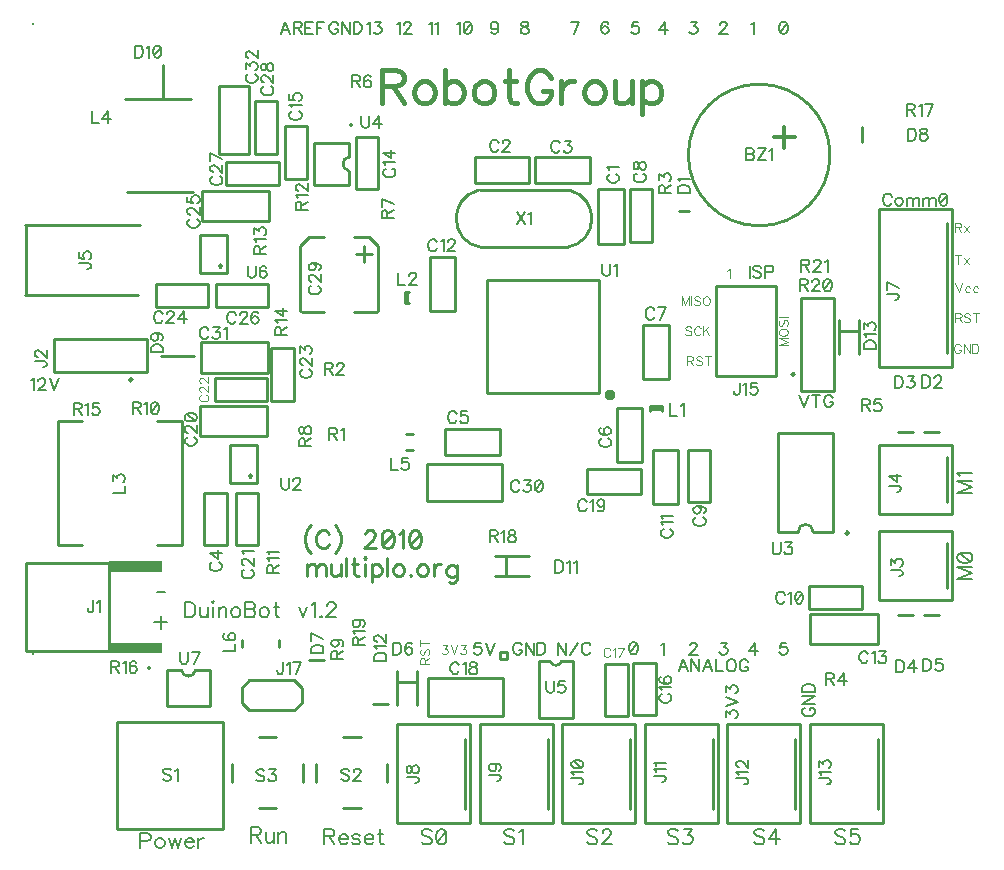
<source format=gbr>
G04 DipTrace 2.05 beta*
%INTop Silk.gbr*%
%MOIN*%
%ADD10C,0.0098*%
%ADD11C,0.0055*%
%ADD12C,0.003*%
%ADD13C,0.0197*%
%ADD14C,0.0394*%
%ADD15C,0.02*%
%ADD16C,0.03*%
%ADD17C,0.0138*%
%ADD18C,0.0157*%
%ADD19C,0.0118*%
%ADD20C,0.0787*%
%ADD21C,0.0165*%
%ADD22C,0.015*%
%ADD23C,0.0079*%
%ADD24C,0.025*%
%ADD25R,0.056X0.06*%
%ADD26R,0.06X0.056*%
%ADD27R,0.064X0.064*%
%ADD28R,0.07X0.102*%
%ADD29R,0.0709X0.1043*%
%ADD30R,0.0276X0.0276*%
%ADD31R,0.0591X0.0512*%
%ADD32R,0.048X0.063*%
%ADD33R,0.0512X0.0591*%
%ADD34R,0.0866X0.0945*%
%ADD35R,0.0945X0.0866*%
%ADD36R,0.063X0.048*%
%ADD37O,0.0984X0.0709*%
%ADD38R,0.0984X0.0709*%
%ADD39R,0.0787X0.0787*%
%ADD40C,0.0787*%
%ADD41R,0.1063X0.0669*%
%ADD42O,0.1063X0.0669*%
%ADD43R,0.0984X0.0787*%
%ADD44R,0.122X0.0217*%
%ADD45C,0.01*%
%ADD46O,0.065X0.1*%
%ADD47R,0.0591X0.0591*%
%ADD48C,0.0591*%
%ADD49R,0.0669X0.1063*%
%ADD50O,0.0669X0.1063*%
%ADD51R,0.06X0.06*%
%ADD52C,0.06*%
%ADD53R,0.0472X0.0394*%
%ADD54R,0.0394X0.0472*%
%ADD55R,0.1772X0.1102*%
%ADD56R,0.1004X0.2953*%
%ADD57R,0.0551X0.0512*%
%ADD58R,0.1063X0.0472*%
%ADD59C,0.0827*%
%ADD60C,0.0906*%
%ADD61C,0.0373*%
%ADD62R,0.0709X0.0197*%
%ADD63R,0.0197X0.0709*%
%ADD64R,0.05X0.015*%
%ADD65R,0.065X0.0157*%
%ADD66O,0.0134X0.0143*%
%ADD67R,0.0165X0.0701*%
%ADD68R,0.08X0.026*%
%ADD69O,0.0143X0.0134*%
%ADD70R,0.0701X0.0165*%
%ADD71C,0.248*%
%ADD72C,0.1732*%
%ADD73C,0.1378*%
%ADD74C,0.1575*%
%ADD75C,0.0512*%
%ADD76C,0.04*%
%ADD77C,0.0191*%
%ADD78C,0.0354*%
%ADD79C,0.128*%
%ADD80C,0.0295*%
%ADD81C,0.0335*%
%ADD82C,0.035*%
%ADD83C,0.038*%
%ADD84C,0.126*%
%ADD85C,0.0236*%
%ADD86C,0.0479*%
%ADD87C,0.0321*%
%ADD88C,0.0433*%
%ADD89C,0.1654*%
%ADD90C,0.1496*%
%ADD91C,0.1457*%
%ADD92C,0.1299*%
%ADD93C,0.1811*%
%ADD94C,0.2559*%
%ADD95C,0.2402*%
%ADD96R,0.078X0.0244*%
%ADD97R,0.0622X0.0087*%
%ADD98R,0.0879X0.0339*%
%ADD99R,0.0721X0.0181*%
%ADD100R,0.0244X0.078*%
%ADD101R,0.0087X0.0622*%
%ADD102R,0.0728X0.0236*%
%ADD103R,0.0571X0.0079*%
%ADD104R,0.0579X0.0228*%
%ADD105R,0.0421X0.0071*%
%ADD106R,0.0276X0.0787*%
%ADD107R,0.0118X0.063*%
%ADD108R,0.0787X0.0276*%
%ADD109R,0.063X0.0118*%
%ADD110C,0.0984*%
%ADD111C,0.0748*%
%ADD112R,0.1142X0.0551*%
%ADD113R,0.0984X0.0394*%
%ADD114R,0.063X0.0591*%
%ADD115R,0.0472X0.0433*%
%ADD116R,0.1083X0.3031*%
%ADD117R,0.0925X0.2874*%
%ADD118R,0.185X0.1181*%
%ADD119R,0.1693X0.1024*%
%ADD120R,0.0472X0.0551*%
%ADD121R,0.0315X0.0394*%
%ADD122R,0.0551X0.0472*%
%ADD123R,0.0394X0.0315*%
%ADD124C,0.0679*%
%ADD125C,0.0521*%
%ADD126R,0.0679X0.0679*%
%ADD127R,0.0521X0.0521*%
%ADD128O,0.0748X0.1142*%
%ADD129O,0.0591X0.0984*%
%ADD130R,0.0748X0.1142*%
%ADD131R,0.0591X0.0984*%
%ADD132C,0.0669*%
%ADD133R,0.0669X0.0669*%
%ADD134R,0.0512X0.0512*%
%ADD135O,0.0729X0.1079*%
%ADD136O,0.0571X0.0921*%
%ADD137R,0.1299X0.0295*%
%ADD138R,0.1142X0.0138*%
%ADD139R,0.1063X0.0866*%
%ADD140R,0.0906X0.0709*%
%ADD141O,0.1142X0.0748*%
%ADD142O,0.0984X0.0591*%
%ADD143R,0.1142X0.0748*%
%ADD144R,0.0984X0.0591*%
%ADD145C,0.0866*%
%ADD146C,0.0709*%
%ADD147R,0.0866X0.0866*%
%ADD148R,0.0709X0.0709*%
%ADD149R,0.1063X0.0787*%
%ADD150R,0.0906X0.063*%
%ADD151O,0.1063X0.0787*%
%ADD152O,0.0906X0.063*%
%ADD153R,0.0709X0.0559*%
%ADD154R,0.0551X0.0401*%
%ADD155R,0.1024X0.0945*%
%ADD156R,0.0866X0.0787*%
%ADD157R,0.0945X0.1024*%
%ADD158R,0.0787X0.0866*%
%ADD159R,0.0591X0.0669*%
%ADD160R,0.0433X0.0512*%
%ADD161R,0.0559X0.0709*%
%ADD162R,0.0401X0.0551*%
%ADD163R,0.0669X0.0591*%
%ADD164R,0.0512X0.0433*%
%ADD165R,0.0354X0.0354*%
%ADD166R,0.0197X0.0197*%
%ADD167R,0.0787X0.1122*%
%ADD168R,0.063X0.0965*%
%ADD169R,0.0779X0.1099*%
%ADD170R,0.0621X0.0941*%
%ADD171R,0.0719X0.0719*%
%ADD172R,0.0561X0.0561*%
%ADD173R,0.0679X0.0639*%
%ADD174R,0.0521X0.0481*%
%ADD175R,0.0639X0.0679*%
%ADD176R,0.0481X0.0521*%
%ADD177C,0.0866*%
%ADD178C,0.0709*%
%ADD179C,0.0062*%
%ADD180C,0.0093*%
%ADD181C,0.0077*%
%ADD182C,0.0046*%
%ADD183C,0.0232*%
%ADD184C,0.0185*%
%ADD185C,0.017*%
%ADD186C,0.0124*%
%FSLAX44Y44*%
%SFA1B1*%
%OFA0B0*%
G04*
G70*
G90*
G75*
G01*
%LNTopSilk*%
%LPD*%
X22144Y-5000D2*
G54D10*
G02X22144Y-5000I2362J0D01*
G01*
X19142Y-7955D2*
X19985D1*
Y-6144D1*
X19142D1*
Y-7955D1*
X16833Y-5922D2*
X15022D1*
Y-5080D1*
X16833D1*
Y-5922D1*
X17046Y-5080D2*
X18857D1*
Y-5922D1*
X17046D1*
Y-5080D1*
X6751Y-16263D2*
X6000D1*
Y-18016D1*
X6751D1*
Y-16263D1*
X14046Y-14143D2*
X15857D1*
Y-14985D1*
X14046D1*
Y-14143D1*
X20611Y-13421D2*
X19768D1*
Y-15232D1*
X20611D1*
Y-13421D1*
X21485Y-10670D2*
X20643D1*
Y-12481D1*
X21485D1*
Y-10670D1*
X20939Y-6136D2*
X20188D1*
Y-7889D1*
X20939D1*
Y-6136D1*
X22878Y-14825D2*
X22127D1*
Y-16578D1*
X22878D1*
Y-14825D1*
X27929Y-20128D2*
X26177D1*
Y-19376D1*
X27929D1*
Y-20128D1*
X20956Y-16640D2*
X21799D1*
Y-14829D1*
X20956D1*
Y-16640D1*
X13517Y-10206D2*
X14359D1*
Y-8395D1*
X13517D1*
Y-10206D1*
X26206Y-20314D2*
X28460D1*
Y-21315D1*
X26206D1*
Y-20314D1*
X11814Y-4387D2*
X11063D1*
Y-6139D1*
X11814D1*
Y-4387D1*
X8688Y-5802D2*
X9439D1*
Y-4049D1*
X8688D1*
Y-5802D1*
X20314Y-23679D2*
X21065D1*
Y-21926D1*
X20314D1*
Y-23679D1*
X20128Y-21951D2*
X19376D1*
Y-23704D1*
X20128D1*
Y-21951D1*
X15963Y-23691D2*
X13459D1*
Y-22439D1*
X15963D1*
Y-23691D1*
X20583Y-16298D2*
X18772D1*
Y-15455D1*
X20583D1*
Y-16298D1*
X8110Y-14377D2*
X5856D1*
Y-13376D1*
X8110D1*
Y-14377D1*
X7814Y-16263D2*
X7063D1*
Y-18016D1*
X7814D1*
Y-16263D1*
X8115Y-13189D2*
X6362D1*
Y-12438D1*
X8115D1*
Y-13189D1*
X9001Y-11450D2*
X8250D1*
Y-13203D1*
X9001D1*
Y-11450D1*
X4387Y-9313D2*
X6139D1*
Y-10064D1*
X4387D1*
Y-9313D1*
X8172Y-7189D2*
X5919D1*
Y-6187D1*
X8172D1*
Y-7189D1*
X6387Y-9313D2*
X8140D1*
Y-10064D1*
X6387D1*
Y-9313D1*
X8490Y-6001D2*
X6737D1*
Y-5250D1*
X8490D1*
Y-6001D1*
X8439Y-3199D2*
X7688D1*
Y-4952D1*
X8439D1*
Y-3199D1*
X11800Y-8036D2*
Y-10201D1*
X9202Y-8036D2*
Y-10201D1*
X11800Y-8036D2*
X11501Y-7730D1*
X9501D2*
X9202Y-8036D1*
X11751Y-10230D2*
X11001D1*
X10001D2*
X9251D1*
X11501Y-7730D2*
X11001D1*
X9501D2*
X10001D1*
X15941Y-16543D2*
X13437D1*
Y-15291D1*
X15941D1*
Y-16543D1*
X5892Y-11250D2*
X8145D1*
Y-12252D1*
X5892D1*
Y-11250D1*
X7502Y-2704D2*
X6500D1*
Y-4957D1*
X7502D1*
Y-2704D1*
X21845Y-6855D2*
X22160D1*
X29997Y-14247D2*
X30509D1*
X29122D2*
X29634D1*
Y-20319D2*
X29122D1*
X30509D2*
X29997D1*
X12417Y-23341D2*
Y-22199D1*
X13086Y-23341D2*
Y-22199D1*
Y-22573D2*
X12417D1*
X10007Y-21819D2*
X9495D1*
X27945Y-4057D2*
Y-4569D1*
X5677Y-11695D2*
X4574D1*
X4619Y-3114D2*
Y-2012D1*
X16846Y-19022D2*
X15704D1*
X16846Y-18353D2*
X15704D1*
X16078D2*
Y-19022D1*
X11620Y-23311D2*
X12132D1*
X27151Y-11634D2*
Y-10492D1*
X27820Y-11634D2*
Y-10492D1*
Y-10867D2*
X27151D1*
X2822Y-18596D2*
X66D1*
Y-21549D1*
X2822D1*
Y-18596D1*
G36*
Y-18545D2*
X4593D1*
Y-18891D1*
X2822D1*
Y-18545D1*
G37*
G36*
Y-21254D2*
X4593D1*
Y-21600D1*
X2822D1*
Y-21254D1*
G37*
X3512Y-12492D2*
G54D10*
G02X3512Y-12492I50J0D01*
G01*
X4114Y-11135D2*
Y-12237D1*
Y-11135D2*
X1012D1*
Y-12237D1*
X4114D2*
X1012D1*
X28504Y-19831D2*
X30944D1*
Y-17548D1*
X28504D1*
Y-19831D1*
X30767Y-19439D2*
Y-17939D1*
Y-19439D1*
X28504Y-16956D2*
X30944D1*
Y-14672D1*
X28504D1*
Y-16956D1*
X30767Y-16564D2*
Y-15064D1*
Y-16564D1*
X3786Y-9680D2*
X46D1*
X3865Y-7318D2*
X46D1*
X62Y-9641D2*
Y-7357D1*
X315Y-625D2*
G54D45*
D3*
Y-21625D2*
D3*
X28504Y-12077D2*
G54D10*
X30944D1*
Y-6801D1*
X28504D1*
Y-12077D1*
X30767Y-11604D2*
Y-7274D1*
Y-11604D1*
X12439Y-27281D2*
X14880D1*
Y-23974D1*
X12439D1*
Y-27281D1*
X14703Y-26789D2*
Y-24467D1*
Y-26789D1*
X15189Y-27281D2*
X17630D1*
Y-23974D1*
X15189D1*
Y-27281D1*
X17453Y-26789D2*
Y-24467D1*
Y-26789D1*
X17939Y-27281D2*
X20380D1*
Y-23974D1*
X17939D1*
Y-27281D1*
X20203Y-26789D2*
Y-24466D1*
Y-26789D1*
X20689Y-27281D2*
X23130D1*
Y-23974D1*
X20689D1*
Y-27281D1*
X22953Y-26789D2*
Y-24467D1*
Y-26789D1*
X23439Y-27281D2*
X25880D1*
Y-23974D1*
X23439D1*
Y-27281D1*
X25703Y-26789D2*
Y-24466D1*
Y-26789D1*
X26189Y-27281D2*
X28630D1*
Y-23974D1*
X26189D1*
Y-27281D1*
X28453Y-26789D2*
Y-24466D1*
Y-26789D1*
X25636Y-12263D2*
G02X25636Y-12263I0J-50D01*
G01*
X26993Y-12865D2*
X25891D1*
X26993D2*
Y-9763D1*
X25891D1*
Y-12865D2*
Y-9763D1*
X23065Y-10459D2*
Y-12376D1*
Y-9376D2*
Y-12376D1*
X25065Y-9376D2*
Y-12376D1*
X23065Y-9376D2*
X25065D1*
X23065Y-12376D2*
X25065D1*
X9001Y-22502D2*
X7501D1*
X7251Y-22752D1*
Y-23252D1*
X7501Y-23502D2*
X7251Y-23252D1*
X9001Y-23502D2*
X7501D1*
X9251Y-23252D2*
X9001Y-23502D1*
X9251Y-22752D2*
Y-23252D1*
Y-22752D2*
X9001Y-22502D1*
X21262Y-13378D2*
Y-13537D1*
X20868Y-13378D2*
Y-13537D1*
Y-13378D2*
X21262D1*
X20868Y-13454D2*
X21262D1*
X12690Y-9553D2*
X12848D1*
X12690Y-9947D2*
X12848D1*
X12690D2*
Y-9553D1*
X12765Y-9947D2*
Y-9553D1*
X1121Y-13883D2*
Y-18017D1*
X5255Y-13883D2*
Y-18017D1*
X1141Y-17997D2*
X1928D1*
X1141Y-13864D2*
X1928D1*
X4448Y-17997D2*
X5235D1*
X4448Y-13864D2*
X5235D1*
X5626Y-6250D2*
X3421D1*
X5563Y-3125D2*
X3359D1*
X12967Y-14289D2*
X12731D1*
X12967Y-14840D2*
X12731D1*
X8486Y-21404D2*
Y-21167D1*
X7266Y-21404D2*
Y-21167D1*
X6647Y-27456D2*
X3104D1*
Y-23912D1*
X6647D1*
Y-27456D1*
X12109Y-25886D2*
Y-25303D1*
X9747Y-25886D2*
Y-25303D1*
X11220Y-24413D2*
X10636D1*
X11220Y-26776D2*
X10636D1*
X9296Y-25886D2*
Y-25303D1*
X6934Y-25886D2*
Y-25303D1*
X8407Y-24413D2*
X7823D1*
X8407Y-26776D2*
X7823D1*
X19172Y-12920D2*
X15436D1*
Y-9183D1*
X19172D1*
Y-12920D1*
G54D61*
X19546Y-13013D3*
X7764Y-15935D2*
G54D10*
X6858D1*
X7555Y-15660D2*
G02X7555Y-15660I0J-49D01*
G01*
X6858Y-15915D2*
Y-14695D1*
X7764Y-15915D2*
Y-14695D1*
Y-14664D2*
X6858D1*
X26303Y-17560D2*
G03X25803Y-17560I-250J-1D01*
G01*
X27440D2*
G02X27440Y-17560I0J-49D01*
G01*
X25148D2*
Y-14253D1*
X26957Y-17560D2*
Y-14253D1*
X25148D1*
X25803Y-17560D2*
X25148D1*
X26957D2*
X26303D1*
X10833Y-4586D2*
X9652D1*
Y-6004D1*
G54D66*
X10887Y-3988D3*
X9652Y-6004D2*
G54D10*
X10833D1*
Y-5531D1*
Y-4586D2*
Y-5059D1*
Y-5531D2*
G02X10833Y-5059I43J236D01*
G01*
X15865Y-21815D2*
X16116D1*
Y-21565D1*
X15865D1*
Y-21815D1*
X17164Y-21878D2*
Y-23757D1*
X18290D1*
Y-21878D1*
X17164D2*
X17540D1*
X17915D2*
X18290D1*
X17540D2*
G03X17915Y-21878I188J62D01*
G01*
X6764Y-8934D2*
X5858D1*
X6555Y-8659D2*
G02X6555Y-8659I0J-49D01*
G01*
X5858Y-8915D2*
Y-7694D1*
X6764Y-8915D2*
Y-7694D1*
Y-7663D2*
X5858D1*
X4773Y-22171D2*
Y-23352D1*
X6191D1*
G54D69*
X4175Y-22116D3*
X6191Y-23352D2*
G54D10*
Y-22171D1*
X5718D1*
X4773D2*
X5246D1*
X5718D2*
G02X5246Y-22171I-236J43D01*
G01*
X15191Y-6170D2*
X18223D1*
X15152Y-6174D2*
G03X15231Y-8079I229J-945D01*
G01*
X18183Y-6174D2*
G02X18105Y-8079I-229J-945D01*
G01*
X15270Y-8075D2*
X18144D1*
X24067Y-4775D2*
G54D179*
Y-5177D1*
D2*
X24240D1*
D2*
X24297Y-5158D1*
D2*
X24316Y-5139D1*
D2*
X24335Y-5101D1*
D2*
Y-5043D1*
D2*
X24316Y-5005D1*
D2*
X24297Y-4986D1*
D2*
X24240Y-4967D1*
D2*
X24297Y-4947D1*
D2*
X24316Y-4928D1*
D2*
X24335Y-4890D1*
D2*
Y-4852D1*
D2*
X24316Y-4814D1*
D2*
X24297Y-4794D1*
D2*
X24240Y-4775D1*
D2*
X24067D1*
Y-4967D2*
X24240D1*
X24459Y-4775D2*
X24727D1*
D2*
X24459Y-5177D1*
D2*
X24727D1*
X24850Y-4852D2*
X24889Y-4833D1*
D2*
X24946Y-4776D1*
D2*
Y-5177D1*
X19531Y-5633D2*
X19493Y-5652D1*
D2*
X19455Y-5690D1*
D2*
X19436Y-5728D1*
D2*
Y-5805D1*
D2*
X19455Y-5843D1*
D2*
X19493Y-5881D1*
D2*
X19531Y-5900D1*
D2*
X19589Y-5919D1*
D2*
X19685D1*
D2*
X19742Y-5900D1*
D2*
X19780Y-5881D1*
D2*
X19818Y-5843D1*
D2*
X19838Y-5805D1*
D2*
Y-5728D1*
D2*
X19818Y-5690D1*
D2*
X19780Y-5652D1*
D2*
X19742Y-5633D1*
X19513Y-5509D2*
X19493Y-5471D1*
D2*
X19436Y-5413D1*
D2*
X19838D1*
X15820Y-4590D2*
X15801Y-4552D1*
D2*
X15762Y-4513D1*
D2*
X15724Y-4494D1*
D2*
X15648D1*
D2*
X15609Y-4513D1*
D2*
X15571Y-4552D1*
D2*
X15552Y-4590D1*
D2*
X15533Y-4647D1*
D2*
Y-4743D1*
D2*
X15552Y-4800D1*
D2*
X15571Y-4839D1*
D2*
X15609Y-4877D1*
D2*
X15648Y-4896D1*
D2*
X15724D1*
D2*
X15762Y-4877D1*
D2*
X15801Y-4839D1*
D2*
X15820Y-4800D1*
X15963Y-4590D2*
Y-4571D1*
D2*
X15982Y-4533D1*
D2*
X16001Y-4514D1*
D2*
X16039Y-4495D1*
D2*
X16116D1*
D2*
X16154Y-4514D1*
D2*
X16173Y-4533D1*
D2*
X16192Y-4571D1*
D2*
Y-4609D1*
D2*
X16173Y-4648D1*
D2*
X16135Y-4705D1*
D2*
X15943Y-4896D1*
D2*
X16211D1*
X17863Y-4617D2*
X17844Y-4579D1*
D2*
X17805Y-4541D1*
D2*
X17767Y-4522D1*
D2*
X17691D1*
D2*
X17652Y-4541D1*
D2*
X17614Y-4579D1*
D2*
X17595Y-4617D1*
D2*
X17576Y-4675D1*
D2*
Y-4771D1*
D2*
X17595Y-4828D1*
D2*
X17614Y-4866D1*
D2*
X17652Y-4904D1*
D2*
X17691Y-4924D1*
D2*
X17767D1*
D2*
X17805Y-4904D1*
D2*
X17844Y-4866D1*
D2*
X17863Y-4828D1*
X18025Y-4522D2*
X18235D1*
D2*
X18120Y-4675D1*
D2*
X18178D1*
D2*
X18216Y-4694D1*
D2*
X18235Y-4713D1*
D2*
X18254Y-4771D1*
D2*
Y-4809D1*
D2*
X18235Y-4866D1*
D2*
X18197Y-4905D1*
D2*
X18139Y-4924D1*
D2*
X18082D1*
D2*
X18025Y-4905D1*
D2*
X18006Y-4885D1*
D2*
X17986Y-4847D1*
X6280Y-18575D2*
X6242Y-18594D1*
D2*
X6204Y-18632D1*
D2*
X6185Y-18670D1*
D2*
Y-18747D1*
D2*
X6204Y-18785D1*
D2*
X6242Y-18823D1*
D2*
X6280Y-18843D1*
D2*
X6338Y-18862D1*
D2*
X6434D1*
D2*
X6491Y-18843D1*
D2*
X6529Y-18823D1*
D2*
X6567Y-18785D1*
D2*
X6587Y-18747D1*
D2*
Y-18670D1*
D2*
X6567Y-18632D1*
D2*
X6529Y-18594D1*
D2*
X6491Y-18575D1*
X6587Y-18260D2*
X6185D1*
D2*
X6453Y-18451D1*
D2*
Y-18164D1*
X14421Y-13632D2*
X14402Y-13594D1*
D2*
X14363Y-13555D1*
D2*
X14325Y-13536D1*
D2*
X14249D1*
D2*
X14210Y-13555D1*
D2*
X14172Y-13594D1*
D2*
X14153Y-13632D1*
D2*
X14134Y-13689D1*
D2*
Y-13785D1*
D2*
X14153Y-13842D1*
D2*
X14172Y-13881D1*
D2*
X14210Y-13919D1*
D2*
X14249Y-13938D1*
D2*
X14325D1*
D2*
X14363Y-13919D1*
D2*
X14402Y-13881D1*
D2*
X14421Y-13842D1*
X14774Y-13537D2*
X14583D1*
D2*
X14564Y-13709D1*
D2*
X14583Y-13690D1*
D2*
X14640Y-13670D1*
D2*
X14697D1*
D2*
X14755Y-13690D1*
D2*
X14793Y-13728D1*
D2*
X14812Y-13785D1*
D2*
Y-13823D1*
D2*
X14793Y-13881D1*
D2*
X14755Y-13919D1*
D2*
X14697Y-13938D1*
D2*
X14640D1*
D2*
X14583Y-13919D1*
D2*
X14564Y-13900D1*
D2*
X14544Y-13862D1*
X19264Y-14445D2*
X19226Y-14464D1*
D2*
X19188Y-14502D1*
D2*
X19169Y-14540D1*
D2*
Y-14617D1*
D2*
X19188Y-14655D1*
D2*
X19226Y-14693D1*
D2*
X19264Y-14713D1*
D2*
X19321Y-14732D1*
D2*
X19417D1*
D2*
X19474Y-14713D1*
D2*
X19513Y-14693D1*
D2*
X19551Y-14655D1*
D2*
X19570Y-14617D1*
D2*
Y-14540D1*
D2*
X19551Y-14502D1*
D2*
X19513Y-14464D1*
D2*
X19474Y-14445D1*
X19226Y-14092D2*
X19188Y-14111D1*
D2*
X19169Y-14168D1*
D2*
Y-14206D1*
D2*
X19188Y-14264D1*
D2*
X19245Y-14302D1*
D2*
X19341Y-14321D1*
D2*
X19436D1*
D2*
X19513Y-14302D1*
D2*
X19551Y-14264D1*
D2*
X19570Y-14206D1*
D2*
Y-14187D1*
D2*
X19551Y-14130D1*
D2*
X19513Y-14092D1*
D2*
X19455Y-14073D1*
D2*
X19436D1*
D2*
X19379Y-14092D1*
D2*
X19341Y-14130D1*
D2*
X19322Y-14187D1*
D2*
Y-14206D1*
D2*
X19341Y-14264D1*
D2*
X19379Y-14302D1*
D2*
X19436Y-14321D1*
X21012Y-10179D2*
X20993Y-10141D1*
D2*
X20954Y-10103D1*
D2*
X20916Y-10084D1*
D2*
X20840D1*
D2*
X20801Y-10103D1*
D2*
X20763Y-10141D1*
D2*
X20744Y-10179D1*
D2*
X20725Y-10237D1*
D2*
Y-10333D1*
D2*
X20744Y-10390D1*
D2*
X20763Y-10428D1*
D2*
X20801Y-10466D1*
D2*
X20840Y-10486D1*
D2*
X20916D1*
D2*
X20954Y-10466D1*
D2*
X20993Y-10428D1*
D2*
X21012Y-10390D1*
X21212Y-10486D2*
X21403Y-10084D1*
D2*
X21135D1*
X20421Y-5618D2*
X20383Y-5637D1*
D2*
X20345Y-5676D1*
D2*
X20326Y-5714D1*
D2*
Y-5790D1*
D2*
X20345Y-5829D1*
D2*
X20383Y-5867D1*
D2*
X20421Y-5886D1*
D2*
X20479Y-5905D1*
D2*
X20574D1*
D2*
X20632Y-5886D1*
D2*
X20670Y-5867D1*
D2*
X20708Y-5829D1*
D2*
X20727Y-5790D1*
D2*
Y-5714D1*
D2*
X20708Y-5676D1*
D2*
X20670Y-5637D1*
D2*
X20632Y-5618D1*
X20326Y-5399D2*
X20345Y-5456D1*
D2*
X20383Y-5476D1*
D2*
X20422D1*
D2*
X20460Y-5456D1*
D2*
X20479Y-5418D1*
D2*
X20498Y-5342D1*
D2*
X20517Y-5284D1*
D2*
X20555Y-5246D1*
D2*
X20594Y-5227D1*
D2*
X20651D1*
D2*
X20689Y-5246D1*
D2*
X20708Y-5265D1*
D2*
X20727Y-5323D1*
D2*
Y-5399D1*
D2*
X20708Y-5456D1*
D2*
X20689Y-5476D1*
D2*
X20651Y-5495D1*
D2*
X20594D1*
D2*
X20555Y-5476D1*
D2*
X20517Y-5437D1*
D2*
X20498Y-5380D1*
D2*
X20479Y-5304D1*
D2*
X20460Y-5265D1*
D2*
X20422Y-5246D1*
D2*
X20383D1*
D2*
X20345Y-5265D1*
D2*
X20326Y-5323D1*
D2*
Y-5399D1*
X22410Y-17074D2*
X22372Y-17093D1*
D2*
X22334Y-17132D1*
D2*
X22315Y-17170D1*
D2*
Y-17246D1*
D2*
X22334Y-17285D1*
D2*
X22372Y-17323D1*
D2*
X22410Y-17342D1*
D2*
X22468Y-17361D1*
D2*
X22564D1*
D2*
X22621Y-17342D1*
D2*
X22659Y-17323D1*
D2*
X22697Y-17285D1*
D2*
X22717Y-17246D1*
D2*
Y-17170D1*
D2*
X22697Y-17132D1*
D2*
X22659Y-17093D1*
D2*
X22621Y-17074D1*
X22449Y-16702D2*
X22506Y-16721D1*
D2*
X22545Y-16759D1*
D2*
X22564Y-16817D1*
D2*
Y-16836D1*
D2*
X22545Y-16893D1*
D2*
X22506Y-16931D1*
D2*
X22449Y-16951D1*
D2*
X22430D1*
D2*
X22372Y-16931D1*
D2*
X22334Y-16893D1*
D2*
X22315Y-16836D1*
D2*
Y-16817D1*
D2*
X22334Y-16759D1*
D2*
X22372Y-16721D1*
D2*
X22449Y-16702D1*
D2*
X22545D1*
D2*
X22640Y-16721D1*
D2*
X22698Y-16759D1*
D2*
X22717Y-16817D1*
D2*
Y-16855D1*
D2*
X22698Y-16912D1*
D2*
X22659Y-16931D1*
X25356Y-19652D2*
X25336Y-19614D1*
D2*
X25298Y-19575D1*
D2*
X25260Y-19556D1*
D2*
X25184D1*
D2*
X25145Y-19575D1*
D2*
X25107Y-19614D1*
D2*
X25088Y-19652D1*
D2*
X25069Y-19709D1*
D2*
Y-19805D1*
D2*
X25088Y-19862D1*
D2*
X25107Y-19901D1*
D2*
X25145Y-19939D1*
D2*
X25184Y-19958D1*
D2*
X25260D1*
D2*
X25298Y-19939D1*
D2*
X25336Y-19901D1*
D2*
X25356Y-19862D1*
X25479Y-19633D2*
X25517Y-19614D1*
D2*
X25575Y-19557D1*
D2*
Y-19958D1*
X25813Y-19557D2*
X25756Y-19576D1*
D2*
X25718Y-19633D1*
D2*
X25698Y-19729D1*
D2*
Y-19786D1*
D2*
X25718Y-19882D1*
D2*
X25756Y-19939D1*
D2*
X25813Y-19958D1*
D2*
X25851D1*
D2*
X25909Y-19939D1*
D2*
X25947Y-19882D1*
D2*
X25966Y-19786D1*
D2*
Y-19729D1*
D2*
X25947Y-19633D1*
D2*
X25909Y-19576D1*
D2*
X25851Y-19557D1*
D2*
X25813D1*
X25947Y-19633D2*
X25718Y-19882D1*
X21320Y-17468D2*
X21282Y-17487D1*
D2*
X21244Y-17525D1*
D2*
X21225Y-17563D1*
D2*
Y-17640D1*
D2*
X21244Y-17678D1*
D2*
X21282Y-17716D1*
D2*
X21320Y-17736D1*
D2*
X21378Y-17755D1*
D2*
X21474D1*
D2*
X21531Y-17736D1*
D2*
X21569Y-17716D1*
D2*
X21607Y-17678D1*
D2*
X21627Y-17640D1*
D2*
Y-17563D1*
D2*
X21607Y-17525D1*
D2*
X21569Y-17487D1*
D2*
X21531Y-17468D1*
X21302Y-17344D2*
X21282Y-17306D1*
D2*
X21225Y-17248D1*
D2*
X21627D1*
X21302Y-17125D2*
X21282Y-17086D1*
D2*
X21225Y-17029D1*
D2*
X21627D1*
X13765Y-7903D2*
X13746Y-7865D1*
D2*
X13707Y-7826D1*
D2*
X13669Y-7807D1*
D2*
X13593D1*
D2*
X13554Y-7826D1*
D2*
X13516Y-7865D1*
D2*
X13497Y-7903D1*
D2*
X13478Y-7960D1*
D2*
Y-8056D1*
D2*
X13497Y-8113D1*
D2*
X13516Y-8152D1*
D2*
X13554Y-8190D1*
D2*
X13593Y-8209D1*
D2*
X13669D1*
D2*
X13707Y-8190D1*
D2*
X13746Y-8152D1*
D2*
X13765Y-8113D1*
X13888Y-7884D2*
X13927Y-7865D1*
D2*
X13984Y-7808D1*
D2*
Y-8209D1*
X14127Y-7903D2*
Y-7884D1*
D2*
X14146Y-7846D1*
D2*
X14165Y-7827D1*
D2*
X14204Y-7808D1*
D2*
X14280D1*
D2*
X14318Y-7827D1*
D2*
X14337Y-7846D1*
D2*
X14357Y-7884D1*
D2*
Y-7922D1*
D2*
X14337Y-7961D1*
D2*
X14299Y-8018D1*
D2*
X14108Y-8209D1*
D2*
X14376D1*
X28132Y-21634D2*
X28113Y-21596D1*
D2*
X28075Y-21557D1*
D2*
X28037Y-21538D1*
D2*
X27960D1*
D2*
X27922Y-21557D1*
D2*
X27884Y-21596D1*
D2*
X27864Y-21634D1*
D2*
X27845Y-21691D1*
D2*
Y-21787D1*
D2*
X27864Y-21844D1*
D2*
X27884Y-21882D1*
D2*
X27922Y-21920D1*
D2*
X27960Y-21940D1*
D2*
X28037D1*
D2*
X28075Y-21920D1*
D2*
X28113Y-21882D1*
D2*
X28132Y-21844D1*
X28256Y-21615D2*
X28294Y-21596D1*
D2*
X28352Y-21538D1*
D2*
Y-21940D1*
X28514Y-21538D2*
X28724D1*
D2*
X28609Y-21691D1*
D2*
X28667D1*
D2*
X28705Y-21710D1*
D2*
X28724Y-21729D1*
D2*
X28743Y-21787D1*
D2*
Y-21825D1*
D2*
X28724Y-21882D1*
D2*
X28686Y-21921D1*
D2*
X28628Y-21940D1*
D2*
X28571D1*
D2*
X28514Y-21921D1*
D2*
X28495Y-21901D1*
D2*
X28475Y-21863D1*
X12068Y-5457D2*
X12030Y-5476D1*
D2*
X11992Y-5515D1*
D2*
X11973Y-5553D1*
D2*
Y-5629D1*
D2*
X11992Y-5668D1*
D2*
X12030Y-5706D1*
D2*
X12068Y-5725D1*
D2*
X12126Y-5744D1*
D2*
X12222D1*
D2*
X12279Y-5725D1*
D2*
X12317Y-5706D1*
D2*
X12355Y-5668D1*
D2*
X12375Y-5629D1*
D2*
Y-5553D1*
D2*
X12355Y-5515D1*
D2*
X12317Y-5476D1*
D2*
X12279Y-5457D1*
X12050Y-5334D2*
X12030Y-5295D1*
D2*
X11973Y-5238D1*
D2*
X12375D1*
Y-4923D2*
X11973D1*
D2*
X12241Y-5114D1*
D2*
Y-4827D1*
X8945Y-3541D2*
X8907Y-3560D1*
D2*
X8869Y-3598D1*
D2*
X8850Y-3636D1*
D2*
Y-3713D1*
D2*
X8869Y-3751D1*
D2*
X8907Y-3789D1*
D2*
X8945Y-3809D1*
D2*
X9002Y-3828D1*
D2*
X9098D1*
D2*
X9155Y-3809D1*
D2*
X9194Y-3789D1*
D2*
X9232Y-3751D1*
D2*
X9251Y-3713D1*
D2*
Y-3636D1*
D2*
X9232Y-3598D1*
D2*
X9194Y-3560D1*
D2*
X9155Y-3541D1*
X8926Y-3417D2*
X8907Y-3379D1*
D2*
X8850Y-3322D1*
D2*
X9251D1*
X8850Y-2969D2*
Y-3160D1*
D2*
X9022Y-3179D1*
D2*
X9003Y-3160D1*
D2*
X8983Y-3102D1*
D2*
Y-3045D1*
D2*
X9003Y-2988D1*
D2*
X9041Y-2949D1*
D2*
X9098Y-2930D1*
D2*
X9136D1*
D2*
X9194Y-2949D1*
D2*
X9232Y-2988D1*
D2*
X9251Y-3045D1*
D2*
Y-3102D1*
D2*
X9232Y-3160D1*
D2*
X9213Y-3179D1*
D2*
X9175Y-3198D1*
X21270Y-22965D2*
X21232Y-22984D1*
D2*
X21194Y-23023D1*
D2*
X21175Y-23061D1*
D2*
Y-23137D1*
D2*
X21194Y-23176D1*
D2*
X21232Y-23214D1*
D2*
X21270Y-23233D1*
D2*
X21328Y-23252D1*
D2*
X21424D1*
D2*
X21481Y-23233D1*
D2*
X21519Y-23214D1*
D2*
X21557Y-23176D1*
D2*
X21577Y-23137D1*
D2*
Y-23061D1*
D2*
X21557Y-23023D1*
D2*
X21519Y-22984D1*
D2*
X21481Y-22965D1*
X21252Y-22842D2*
X21232Y-22803D1*
D2*
X21175Y-22746D1*
D2*
X21577D1*
X21232Y-22393D2*
X21194Y-22412D1*
D2*
X21175Y-22469D1*
D2*
Y-22507D1*
D2*
X21194Y-22565D1*
D2*
X21252Y-22603D1*
D2*
X21347Y-22622D1*
D2*
X21443D1*
D2*
X21519Y-22603D1*
D2*
X21558Y-22565D1*
D2*
X21577Y-22507D1*
D2*
Y-22488D1*
D2*
X21558Y-22431D1*
D2*
X21519Y-22393D1*
D2*
X21462Y-22374D1*
D2*
X21443D1*
D2*
X21385Y-22393D1*
D2*
X21347Y-22431D1*
D2*
X21328Y-22488D1*
D2*
Y-22507D1*
D2*
X21347Y-22565D1*
D2*
X21385Y-22603D1*
D2*
X21443Y-22622D1*
X14500Y-21998D2*
X14481Y-21960D1*
D2*
X14443Y-21921D1*
D2*
X14405Y-21902D1*
D2*
X14328D1*
D2*
X14290Y-21921D1*
D2*
X14252Y-21960D1*
D2*
X14232Y-21998D1*
D2*
X14213Y-22055D1*
D2*
Y-22151D1*
D2*
X14232Y-22208D1*
D2*
X14252Y-22247D1*
D2*
X14290Y-22285D1*
D2*
X14328Y-22304D1*
D2*
X14405D1*
D2*
X14443Y-22285D1*
D2*
X14481Y-22247D1*
D2*
X14500Y-22208D1*
X14624Y-21979D2*
X14662Y-21960D1*
D2*
X14720Y-21903D1*
D2*
Y-22304D1*
X14939Y-21903D2*
X14882Y-21922D1*
D2*
X14862Y-21960D1*
D2*
Y-21998D1*
D2*
X14882Y-22036D1*
D2*
X14920Y-22056D1*
D2*
X14996Y-22075D1*
D2*
X15054Y-22094D1*
D2*
X15092Y-22132D1*
D2*
X15111Y-22170D1*
D2*
Y-22228D1*
D2*
X15092Y-22266D1*
D2*
X15073Y-22285D1*
D2*
X15015Y-22304D1*
D2*
X14939D1*
D2*
X14882Y-22285D1*
D2*
X14862Y-22266D1*
D2*
X14843Y-22228D1*
D2*
Y-22170D1*
D2*
X14862Y-22132D1*
D2*
X14901Y-22094D1*
D2*
X14958Y-22075D1*
D2*
X15034Y-22056D1*
D2*
X15073Y-22036D1*
D2*
X15092Y-21998D1*
D2*
Y-21960D1*
D2*
X15073Y-21922D1*
D2*
X15015Y-21903D1*
D2*
X14939D1*
X18758Y-16572D2*
X18739Y-16534D1*
D2*
X18700Y-16495D1*
D2*
X18662Y-16476D1*
D2*
X18586D1*
D2*
X18547Y-16495D1*
D2*
X18509Y-16534D1*
D2*
X18490Y-16572D1*
D2*
X18471Y-16629D1*
D2*
Y-16725D1*
D2*
X18490Y-16782D1*
D2*
X18509Y-16821D1*
D2*
X18547Y-16859D1*
D2*
X18586Y-16878D1*
D2*
X18662D1*
D2*
X18700Y-16859D1*
D2*
X18739Y-16821D1*
D2*
X18758Y-16782D1*
X18881Y-16553D2*
X18920Y-16534D1*
D2*
X18977Y-16477D1*
D2*
Y-16878D1*
X19349Y-16610D2*
X19330Y-16668D1*
D2*
X19292Y-16706D1*
D2*
X19235Y-16725D1*
D2*
X19216D1*
D2*
X19158Y-16706D1*
D2*
X19120Y-16668D1*
D2*
X19101Y-16610D1*
D2*
Y-16591D1*
D2*
X19120Y-16534D1*
D2*
X19158Y-16496D1*
D2*
X19216Y-16477D1*
D2*
X19235D1*
D2*
X19292Y-16496D1*
D2*
X19330Y-16534D1*
D2*
X19349Y-16610D1*
D2*
Y-16706D1*
D2*
X19330Y-16802D1*
D2*
X19292Y-16859D1*
D2*
X19235Y-16878D1*
D2*
X19197D1*
D2*
X19139Y-16859D1*
D2*
X19120Y-16821D1*
X5455Y-14399D2*
X5417Y-14418D1*
D2*
X5378Y-14457D1*
D2*
X5359Y-14495D1*
D2*
Y-14571D1*
D2*
X5378Y-14610D1*
D2*
X5417Y-14648D1*
D2*
X5455Y-14667D1*
D2*
X5512Y-14686D1*
D2*
X5608D1*
D2*
X5665Y-14667D1*
D2*
X5704Y-14648D1*
D2*
X5742Y-14610D1*
D2*
X5761Y-14571D1*
D2*
Y-14495D1*
D2*
X5742Y-14457D1*
D2*
X5704Y-14418D1*
D2*
X5665Y-14399D1*
X5455Y-14256D2*
X5436D1*
D2*
X5398Y-14237D1*
D2*
X5379Y-14218D1*
D2*
X5360Y-14180D1*
D2*
Y-14103D1*
D2*
X5379Y-14065D1*
D2*
X5398Y-14046D1*
D2*
X5436Y-14027D1*
D2*
X5474D1*
D2*
X5513Y-14046D1*
D2*
X5570Y-14084D1*
D2*
X5761Y-14276D1*
D2*
Y-14008D1*
X5360Y-13769D2*
X5379Y-13827D1*
D2*
X5436Y-13865D1*
D2*
X5532Y-13884D1*
D2*
X5589D1*
D2*
X5685Y-13865D1*
D2*
X5742Y-13827D1*
D2*
X5761Y-13769D1*
D2*
Y-13731D1*
D2*
X5742Y-13674D1*
D2*
X5685Y-13636D1*
D2*
X5589Y-13616D1*
D2*
X5532D1*
D2*
X5436Y-13636D1*
D2*
X5379Y-13674D1*
D2*
X5360Y-13731D1*
D2*
Y-13769D1*
X5436Y-13636D2*
X5685Y-13865D1*
X7348Y-18826D2*
X7310Y-18845D1*
D2*
X7272Y-18883D1*
D2*
X7253Y-18921D1*
D2*
Y-18998D1*
D2*
X7272Y-19036D1*
D2*
X7310Y-19074D1*
D2*
X7348Y-19094D1*
D2*
X7406Y-19113D1*
D2*
X7501D1*
D2*
X7558Y-19094D1*
D2*
X7597Y-19074D1*
D2*
X7635Y-19036D1*
D2*
X7654Y-18998D1*
D2*
Y-18921D1*
D2*
X7635Y-18883D1*
D2*
X7597Y-18845D1*
D2*
X7559Y-18826D1*
X7348Y-18683D2*
X7329D1*
D2*
X7291Y-18664D1*
D2*
X7272Y-18645D1*
D2*
X7253Y-18606D1*
D2*
Y-18530D1*
D2*
X7272Y-18492D1*
D2*
X7291Y-18473D1*
D2*
X7329Y-18453D1*
D2*
X7367D1*
D2*
X7406Y-18473D1*
D2*
X7463Y-18511D1*
D2*
X7654Y-18702D1*
D2*
Y-18434D1*
X7329Y-18311D2*
X7310Y-18272D1*
D2*
X7253Y-18215D1*
D2*
X7654D1*
X9295Y-12144D2*
X9257Y-12163D1*
D2*
X9219Y-12201D1*
D2*
X9200Y-12239D1*
D2*
Y-12316D1*
D2*
X9219Y-12354D1*
D2*
X9257Y-12392D1*
D2*
X9295Y-12412D1*
D2*
X9353Y-12431D1*
D2*
X9449D1*
D2*
X9506Y-12412D1*
D2*
X9544Y-12392D1*
D2*
X9582Y-12354D1*
D2*
X9601Y-12316D1*
D2*
Y-12239D1*
D2*
X9582Y-12201D1*
D2*
X9544Y-12163D1*
D2*
X9506Y-12144D1*
X9296Y-12001D2*
X9277D1*
D2*
X9238Y-11982D1*
D2*
X9219Y-11963D1*
D2*
X9200Y-11924D1*
D2*
Y-11848D1*
D2*
X9219Y-11810D1*
D2*
X9238Y-11791D1*
D2*
X9277Y-11771D1*
D2*
X9315D1*
D2*
X9353Y-11791D1*
D2*
X9410Y-11829D1*
D2*
X9601Y-12020D1*
D2*
Y-11752D1*
X9200Y-11590D2*
Y-11380D1*
D2*
X9353Y-11495D1*
D2*
Y-11437D1*
D2*
X9372Y-11399D1*
D2*
X9391Y-11380D1*
D2*
X9449Y-11361D1*
D2*
X9487D1*
D2*
X9544Y-11380D1*
D2*
X9582Y-11418D1*
D2*
X9601Y-11476D1*
D2*
Y-11533D1*
D2*
X9582Y-11590D1*
D2*
X9563Y-11609D1*
D2*
X9525Y-11629D1*
X4620Y-10298D2*
X4601Y-10260D1*
D2*
X4563Y-10222D1*
D2*
X4525Y-10203D1*
D2*
X4448D1*
D2*
X4410Y-10222D1*
D2*
X4372Y-10260D1*
D2*
X4353Y-10298D1*
D2*
X4334Y-10356D1*
D2*
Y-10451D1*
D2*
X4353Y-10509D1*
D2*
X4372Y-10547D1*
D2*
X4410Y-10585D1*
D2*
X4448Y-10604D1*
D2*
X4525D1*
D2*
X4563Y-10585D1*
D2*
X4601Y-10547D1*
D2*
X4620Y-10509D1*
X4763Y-10298D2*
Y-10279D1*
D2*
X4782Y-10241D1*
D2*
X4801Y-10222D1*
D2*
X4840Y-10203D1*
D2*
X4916D1*
D2*
X4954Y-10222D1*
D2*
X4973Y-10241D1*
D2*
X4993Y-10279D1*
D2*
Y-10318D1*
D2*
X4973Y-10356D1*
D2*
X4935Y-10413D1*
D2*
X4744Y-10604D1*
D2*
X5012D1*
X5327D2*
Y-10203D1*
D2*
X5135Y-10470D1*
D2*
X5422D1*
X5545Y-7132D2*
X5507Y-7151D1*
D2*
X5469Y-7189D1*
D2*
X5450Y-7227D1*
D2*
Y-7304D1*
D2*
X5469Y-7342D1*
D2*
X5507Y-7380D1*
D2*
X5545Y-7400D1*
D2*
X5603Y-7419D1*
D2*
X5698D1*
D2*
X5755Y-7400D1*
D2*
X5794Y-7380D1*
D2*
X5832Y-7342D1*
D2*
X5851Y-7304D1*
D2*
Y-7227D1*
D2*
X5832Y-7189D1*
D2*
X5794Y-7151D1*
D2*
X5755Y-7132D1*
X5545Y-6989D2*
X5526D1*
D2*
X5488Y-6970D1*
D2*
X5469Y-6951D1*
D2*
X5450Y-6912D1*
D2*
Y-6836D1*
D2*
X5469Y-6798D1*
D2*
X5488Y-6779D1*
D2*
X5526Y-6759D1*
D2*
X5564D1*
D2*
X5603Y-6779D1*
D2*
X5660Y-6817D1*
D2*
X5851Y-7008D1*
D2*
Y-6740D1*
X5450Y-6387D2*
Y-6578D1*
D2*
X5622Y-6597D1*
D2*
X5603Y-6578D1*
D2*
X5583Y-6521D1*
D2*
Y-6464D1*
D2*
X5603Y-6406D1*
D2*
X5641Y-6368D1*
D2*
X5698Y-6349D1*
D2*
X5736D1*
D2*
X5794Y-6368D1*
D2*
X5832Y-6406D1*
D2*
X5851Y-6464D1*
D2*
Y-6521D1*
D2*
X5832Y-6578D1*
D2*
X5813Y-6597D1*
D2*
X5775Y-6617D1*
X7064Y-10321D2*
X7045Y-10283D1*
D2*
X7006Y-10245D1*
D2*
X6968Y-10226D1*
D2*
X6892D1*
D2*
X6853Y-10245D1*
D2*
X6815Y-10283D1*
D2*
X6796Y-10321D1*
D2*
X6777Y-10379D1*
D2*
Y-10475D1*
D2*
X6796Y-10532D1*
D2*
X6815Y-10570D1*
D2*
X6853Y-10608D1*
D2*
X6892Y-10628D1*
D2*
X6968D1*
D2*
X7006Y-10608D1*
D2*
X7045Y-10570D1*
D2*
X7064Y-10532D1*
X7207Y-10322D2*
Y-10303D1*
D2*
X7226Y-10264D1*
D2*
X7245Y-10245D1*
D2*
X7283Y-10226D1*
D2*
X7360D1*
D2*
X7398Y-10245D1*
D2*
X7417Y-10264D1*
D2*
X7436Y-10303D1*
D2*
Y-10341D1*
D2*
X7417Y-10379D1*
D2*
X7379Y-10436D1*
D2*
X7187Y-10628D1*
D2*
X7455D1*
X7808Y-10283D2*
X7789Y-10245D1*
D2*
X7732Y-10226D1*
D2*
X7694D1*
D2*
X7636Y-10245D1*
D2*
X7598Y-10303D1*
D2*
X7579Y-10398D1*
D2*
Y-10494D1*
D2*
X7598Y-10570D1*
D2*
X7636Y-10609D1*
D2*
X7694Y-10628D1*
D2*
X7713D1*
D2*
X7770Y-10609D1*
D2*
X7808Y-10570D1*
D2*
X7827Y-10513D1*
D2*
Y-10494D1*
D2*
X7808Y-10436D1*
D2*
X7770Y-10398D1*
D2*
X7713Y-10379D1*
D2*
X7694D1*
D2*
X7636Y-10398D1*
D2*
X7598Y-10436D1*
D2*
X7579Y-10494D1*
X6310Y-5709D2*
X6272Y-5728D1*
D2*
X6233Y-5767D1*
D2*
X6214Y-5805D1*
D2*
Y-5881D1*
D2*
X6233Y-5920D1*
D2*
X6272Y-5958D1*
D2*
X6310Y-5977D1*
D2*
X6367Y-5996D1*
D2*
X6463D1*
D2*
X6520Y-5977D1*
D2*
X6559Y-5958D1*
D2*
X6597Y-5920D1*
D2*
X6616Y-5881D1*
D2*
Y-5805D1*
D2*
X6597Y-5767D1*
D2*
X6559Y-5728D1*
D2*
X6520Y-5709D1*
X6310Y-5566D2*
X6291D1*
D2*
X6253Y-5547D1*
D2*
X6234Y-5528D1*
D2*
X6215Y-5490D1*
D2*
Y-5413D1*
D2*
X6234Y-5375D1*
D2*
X6253Y-5356D1*
D2*
X6291Y-5337D1*
D2*
X6329D1*
D2*
X6368Y-5356D1*
D2*
X6425Y-5394D1*
D2*
X6616Y-5586D1*
D2*
Y-5318D1*
Y-5118D2*
X6215Y-4926D1*
D2*
Y-5194D1*
X8007Y-2717D2*
X7969Y-2736D1*
D2*
X7931Y-2775D1*
D2*
X7912Y-2813D1*
D2*
Y-2889D1*
D2*
X7931Y-2928D1*
D2*
X7969Y-2966D1*
D2*
X8007Y-2985D1*
D2*
X8065Y-3004D1*
D2*
X8161D1*
D2*
X8218Y-2985D1*
D2*
X8256Y-2966D1*
D2*
X8294Y-2928D1*
D2*
X8314Y-2889D1*
D2*
Y-2813D1*
D2*
X8294Y-2775D1*
D2*
X8256Y-2736D1*
D2*
X8218Y-2717D1*
X8008Y-2574D2*
X7989D1*
D2*
X7950Y-2555D1*
D2*
X7931Y-2536D1*
D2*
X7912Y-2498D1*
D2*
Y-2421D1*
D2*
X7931Y-2383D1*
D2*
X7950Y-2364D1*
D2*
X7989Y-2345D1*
D2*
X8027D1*
D2*
X8065Y-2364D1*
D2*
X8122Y-2402D1*
D2*
X8314Y-2594D1*
D2*
Y-2326D1*
X7912Y-2107D2*
X7931Y-2164D1*
D2*
X7969Y-2183D1*
D2*
X8008D1*
D2*
X8046Y-2164D1*
D2*
X8065Y-2126D1*
D2*
X8084Y-2049D1*
D2*
X8103Y-1992D1*
D2*
X8142Y-1954D1*
D2*
X8180Y-1935D1*
D2*
X8237D1*
D2*
X8275Y-1954D1*
D2*
X8295Y-1973D1*
D2*
X8314Y-2030D1*
D2*
Y-2107D1*
D2*
X8295Y-2164D1*
D2*
X8275Y-2183D1*
D2*
X8237Y-2202D1*
D2*
X8180D1*
D2*
X8142Y-2183D1*
D2*
X8103Y-2145D1*
D2*
X8084Y-2088D1*
D2*
X8065Y-2011D1*
D2*
X8046Y-1973D1*
D2*
X8008Y-1954D1*
D2*
X7969D1*
D2*
X7931Y-1973D1*
D2*
X7912Y-2030D1*
D2*
Y-2107D1*
X9581Y-9363D2*
X9543Y-9382D1*
D2*
X9504Y-9421D1*
D2*
X9485Y-9459D1*
D2*
Y-9535D1*
D2*
X9504Y-9574D1*
D2*
X9543Y-9612D1*
D2*
X9581Y-9631D1*
D2*
X9638Y-9650D1*
D2*
X9734D1*
D2*
X9791Y-9631D1*
D2*
X9830Y-9612D1*
D2*
X9868Y-9574D1*
D2*
X9887Y-9535D1*
D2*
Y-9459D1*
D2*
X9868Y-9421D1*
D2*
X9830Y-9382D1*
D2*
X9791Y-9363D1*
X9581Y-9220D2*
X9562D1*
D2*
X9524Y-9201D1*
D2*
X9505Y-9182D1*
D2*
X9486Y-9144D1*
D2*
Y-9067D1*
D2*
X9505Y-9029D1*
D2*
X9524Y-9010D1*
D2*
X9562Y-8991D1*
D2*
X9600D1*
D2*
X9639Y-9010D1*
D2*
X9696Y-9048D1*
D2*
X9887Y-9240D1*
D2*
Y-8972D1*
X9619Y-8599D2*
X9677Y-8619D1*
D2*
X9715Y-8657D1*
D2*
X9734Y-8714D1*
D2*
Y-8733D1*
D2*
X9715Y-8791D1*
D2*
X9677Y-8829D1*
D2*
X9619Y-8848D1*
D2*
X9600D1*
D2*
X9543Y-8829D1*
D2*
X9505Y-8791D1*
D2*
X9486Y-8733D1*
D2*
Y-8714D1*
D2*
X9505Y-8657D1*
D2*
X9543Y-8619D1*
D2*
X9619Y-8599D1*
D2*
X9715D1*
D2*
X9811Y-8619D1*
D2*
X9868Y-8657D1*
D2*
X9887Y-8714D1*
D2*
Y-8752D1*
D2*
X9868Y-8810D1*
D2*
X9830Y-8829D1*
X16515Y-15929D2*
X16496Y-15891D1*
D2*
X16458Y-15853D1*
D2*
X16420Y-15834D1*
D2*
X16343D1*
D2*
X16305Y-15853D1*
D2*
X16267Y-15891D1*
D2*
X16247Y-15929D1*
D2*
X16228Y-15987D1*
D2*
Y-16082D1*
D2*
X16247Y-16140D1*
D2*
X16267Y-16178D1*
D2*
X16305Y-16216D1*
D2*
X16343Y-16235D1*
D2*
X16420D1*
D2*
X16458Y-16216D1*
D2*
X16496Y-16178D1*
D2*
X16515Y-16140D1*
X16677Y-15834D2*
X16887D1*
D2*
X16773Y-15987D1*
D2*
X16830D1*
D2*
X16868Y-16006D1*
D2*
X16887Y-16025D1*
D2*
X16907Y-16082D1*
D2*
Y-16121D1*
D2*
X16887Y-16178D1*
D2*
X16849Y-16216D1*
D2*
X16792Y-16235D1*
D2*
X16734D1*
D2*
X16677Y-16216D1*
D2*
X16658Y-16197D1*
D2*
X16639Y-16159D1*
X17145Y-15834D2*
X17088Y-15853D1*
D2*
X17049Y-15910D1*
D2*
X17030Y-16006D1*
D2*
Y-16063D1*
D2*
X17049Y-16159D1*
D2*
X17088Y-16216D1*
D2*
X17145Y-16235D1*
D2*
X17183D1*
D2*
X17241Y-16216D1*
D2*
X17279Y-16159D1*
D2*
X17298Y-16063D1*
D2*
Y-16006D1*
D2*
X17279Y-15910D1*
D2*
X17241Y-15853D1*
D2*
X17183Y-15834D1*
D2*
X17145D1*
X17279Y-15910D2*
X17049Y-16159D1*
X6146Y-10828D2*
X6127Y-10790D1*
D2*
X6089Y-10752D1*
D2*
X6051Y-10733D1*
D2*
X5974D1*
D2*
X5936Y-10752D1*
D2*
X5898Y-10790D1*
D2*
X5879Y-10828D1*
D2*
X5860Y-10886D1*
D2*
Y-10982D1*
D2*
X5879Y-11039D1*
D2*
X5898Y-11077D1*
D2*
X5936Y-11115D1*
D2*
X5974Y-11135D1*
D2*
X6051D1*
D2*
X6089Y-11115D1*
D2*
X6127Y-11077D1*
D2*
X6146Y-11039D1*
X6308Y-10733D2*
X6518D1*
D2*
X6404Y-10886D1*
D2*
X6461D1*
D2*
X6499Y-10905D1*
D2*
X6518Y-10924D1*
D2*
X6538Y-10982D1*
D2*
Y-11020D1*
D2*
X6518Y-11077D1*
D2*
X6480Y-11116D1*
D2*
X6423Y-11135D1*
D2*
X6365D1*
D2*
X6308Y-11116D1*
D2*
X6289Y-11096D1*
D2*
X6270Y-11058D1*
X6661Y-10810D2*
X6700Y-10790D1*
D2*
X6757Y-10733D1*
D2*
Y-11135D1*
X7479Y-2299D2*
X7441Y-2318D1*
D2*
X7403Y-2357D1*
D2*
X7384Y-2395D1*
D2*
Y-2471D1*
D2*
X7403Y-2510D1*
D2*
X7441Y-2548D1*
D2*
X7479Y-2567D1*
D2*
X7537Y-2586D1*
D2*
X7633D1*
D2*
X7690Y-2567D1*
D2*
X7728Y-2548D1*
D2*
X7766Y-2510D1*
D2*
X7786Y-2471D1*
D2*
Y-2395D1*
D2*
X7766Y-2357D1*
D2*
X7728Y-2318D1*
D2*
X7690Y-2299D1*
X7384Y-2137D2*
Y-1927D1*
D2*
X7537Y-2042D1*
D2*
Y-1984D1*
D2*
X7556Y-1946D1*
D2*
X7575Y-1927D1*
D2*
X7633Y-1908D1*
D2*
X7671D1*
D2*
X7728Y-1927D1*
D2*
X7767Y-1965D1*
D2*
X7786Y-2023D1*
D2*
Y-2080D1*
D2*
X7767Y-2137D1*
D2*
X7747Y-2156D1*
D2*
X7709Y-2176D1*
X7480Y-1765D2*
X7461D1*
D2*
X7422Y-1746D1*
D2*
X7403Y-1727D1*
D2*
X7384Y-1688D1*
D2*
Y-1612D1*
D2*
X7403Y-1574D1*
D2*
X7422Y-1555D1*
D2*
X7461Y-1535D1*
D2*
X7499D1*
D2*
X7537Y-1555D1*
D2*
X7594Y-1593D1*
D2*
X7786Y-1784D1*
D2*
Y-1516D1*
X21788Y-6275D2*
X22190D1*
D2*
Y-6141D1*
D2*
X22170Y-6083D1*
D2*
X22132Y-6045D1*
D2*
X22094Y-6026D1*
D2*
X22037Y-6007D1*
D2*
X21941D1*
D2*
X21883Y-6026D1*
D2*
X21845Y-6045D1*
D2*
X21807Y-6083D1*
D2*
X21788Y-6141D1*
D2*
Y-6275D1*
X21865Y-5883D2*
X21845Y-5845D1*
D2*
X21788Y-5788D1*
D2*
X22190D1*
X29938Y-12350D2*
Y-12752D1*
D2*
X30072D1*
D2*
X30129Y-12732D1*
D2*
X30168Y-12694D1*
D2*
X30187Y-12656D1*
D2*
X30206Y-12599D1*
D2*
Y-12503D1*
D2*
X30187Y-12445D1*
D2*
X30168Y-12407D1*
D2*
X30129Y-12369D1*
D2*
X30072Y-12350D1*
D2*
X29938D1*
X30349Y-12446D2*
Y-12427D1*
D2*
X30368Y-12388D1*
D2*
X30387Y-12369D1*
D2*
X30425Y-12350D1*
D2*
X30502D1*
D2*
X30540Y-12369D1*
D2*
X30559Y-12388D1*
D2*
X30578Y-12427D1*
D2*
Y-12465D1*
D2*
X30559Y-12503D1*
D2*
X30521Y-12560D1*
D2*
X30329Y-12752D1*
D2*
X30597D1*
X29032Y-12367D2*
Y-12769D1*
D2*
X29166D1*
D2*
X29223Y-12749D1*
D2*
X29262Y-12711D1*
D2*
X29281Y-12673D1*
D2*
X29300Y-12616D1*
D2*
Y-12520D1*
D2*
X29281Y-12462D1*
D2*
X29262Y-12424D1*
D2*
X29223Y-12386D1*
D2*
X29166Y-12367D1*
D2*
X29032D1*
X29462D2*
X29672D1*
D2*
X29557Y-12520D1*
D2*
X29615D1*
D2*
X29653Y-12539D1*
D2*
X29672Y-12558D1*
D2*
X29691Y-12616D1*
D2*
Y-12654D1*
D2*
X29672Y-12711D1*
D2*
X29634Y-12750D1*
D2*
X29576Y-12769D1*
D2*
X29519D1*
D2*
X29462Y-12750D1*
D2*
X29443Y-12730D1*
D2*
X29423Y-12692D1*
X29082Y-21840D2*
Y-22242D1*
D2*
X29216D1*
D2*
X29273Y-22223D1*
D2*
X29311Y-22185D1*
D2*
X29330Y-22146D1*
D2*
X29349Y-22089D1*
D2*
Y-21993D1*
D2*
X29330Y-21936D1*
D2*
X29311Y-21898D1*
D2*
X29273Y-21859D1*
D2*
X29216Y-21840D1*
D2*
X29082D1*
X29664Y-22242D2*
Y-21841D1*
D2*
X29473Y-22108D1*
D2*
X29760D1*
X29982Y-21799D2*
Y-22201D1*
D2*
X30116D1*
D2*
X30173Y-22181D1*
D2*
X30212Y-22143D1*
D2*
X30231Y-22105D1*
D2*
X30250Y-22048D1*
D2*
Y-21952D1*
D2*
X30231Y-21894D1*
D2*
X30212Y-21856D1*
D2*
X30173Y-21818D1*
D2*
X30116Y-21799D1*
D2*
X29982D1*
X30603D2*
X30412D1*
D2*
X30393Y-21971D1*
D2*
X30412Y-21952D1*
D2*
X30469Y-21933D1*
D2*
X30526D1*
D2*
X30584Y-21952D1*
D2*
X30622Y-21990D1*
D2*
X30641Y-22048D1*
D2*
Y-22086D1*
D2*
X30622Y-22143D1*
D2*
X30584Y-22182D1*
D2*
X30526Y-22201D1*
D2*
X30469D1*
D2*
X30412Y-22182D1*
D2*
X30393Y-22162D1*
D2*
X30373Y-22124D1*
X12308Y-21257D2*
Y-21659D1*
D2*
X12442D1*
D2*
X12500Y-21639D1*
D2*
X12538Y-21601D1*
D2*
X12557Y-21563D1*
D2*
X12576Y-21506D1*
D2*
Y-21410D1*
D2*
X12557Y-21352D1*
D2*
X12538Y-21314D1*
D2*
X12500Y-21276D1*
D2*
X12442Y-21257D1*
D2*
X12308D1*
X12929Y-21314D2*
X12910Y-21276D1*
D2*
X12853Y-21257D1*
D2*
X12815D1*
D2*
X12757Y-21276D1*
D2*
X12719Y-21334D1*
D2*
X12700Y-21429D1*
D2*
Y-21525D1*
D2*
X12719Y-21601D1*
D2*
X12757Y-21640D1*
D2*
X12815Y-21659D1*
D2*
X12834D1*
D2*
X12891Y-21640D1*
D2*
X12929Y-21601D1*
D2*
X12948Y-21544D1*
D2*
Y-21525D1*
D2*
X12929Y-21467D1*
D2*
X12891Y-21429D1*
D2*
X12834Y-21410D1*
D2*
X12815D1*
D2*
X12757Y-21429D1*
D2*
X12719Y-21467D1*
D2*
X12700Y-21525D1*
X9581Y-21605D2*
X9983D1*
D2*
Y-21471D1*
D2*
X9963Y-21413D1*
D2*
X9925Y-21375D1*
D2*
X9887Y-21356D1*
D2*
X9830Y-21337D1*
D2*
X9734D1*
D2*
X9676Y-21356D1*
D2*
X9638Y-21375D1*
D2*
X9600Y-21413D1*
D2*
X9581Y-21471D1*
D2*
Y-21605D1*
X9983Y-21137D2*
X9581Y-20945D1*
D2*
Y-21213D1*
X29461Y-4119D2*
Y-4521D1*
D2*
X29595D1*
D2*
X29652Y-4501D1*
D2*
X29691Y-4463D1*
D2*
X29710Y-4425D1*
D2*
X29729Y-4368D1*
D2*
Y-4272D1*
D2*
X29710Y-4215D1*
D2*
X29691Y-4176D1*
D2*
X29652Y-4138D1*
D2*
X29595Y-4119D1*
D2*
X29461D1*
X29948D2*
X29891Y-4138D1*
D2*
X29871Y-4176D1*
D2*
Y-4215D1*
D2*
X29891Y-4253D1*
D2*
X29929Y-4272D1*
D2*
X30005Y-4291D1*
D2*
X30063Y-4310D1*
D2*
X30101Y-4349D1*
D2*
X30120Y-4387D1*
D2*
Y-4444D1*
D2*
X30101Y-4482D1*
D2*
X30082Y-4502D1*
D2*
X30024Y-4521D1*
D2*
X29948D1*
D2*
X29891Y-4502D1*
D2*
X29871Y-4482D1*
D2*
X29852Y-4444D1*
D2*
Y-4387D1*
D2*
X29871Y-4349D1*
D2*
X29910Y-4310D1*
D2*
X29967Y-4291D1*
D2*
X30043Y-4272D1*
D2*
X30082Y-4253D1*
D2*
X30101Y-4215D1*
D2*
Y-4176D1*
D2*
X30082Y-4138D1*
D2*
X30024Y-4119D1*
D2*
X29948D1*
X4229Y-11584D2*
X4631D1*
D2*
Y-11450D1*
D2*
X4611Y-11393D1*
D2*
X4573Y-11355D1*
D2*
X4535Y-11336D1*
D2*
X4478Y-11316D1*
D2*
X4382D1*
D2*
X4324Y-11336D1*
D2*
X4286Y-11355D1*
D2*
X4248Y-11393D1*
D2*
X4229Y-11450D1*
D2*
Y-11584D1*
X4363Y-10944D2*
X4420Y-10963D1*
D2*
X4459Y-11002D1*
D2*
X4478Y-11059D1*
D2*
Y-11078D1*
D2*
X4459Y-11135D1*
D2*
X4420Y-11174D1*
D2*
X4363Y-11193D1*
D2*
X4344D1*
D2*
X4286Y-11174D1*
D2*
X4248Y-11135D1*
D2*
X4229Y-11078D1*
D2*
Y-11059D1*
D2*
X4248Y-11002D1*
D2*
X4286Y-10963D1*
D2*
X4363Y-10944D1*
D2*
X4459D1*
D2*
X4554Y-10963D1*
D2*
X4612Y-11002D1*
D2*
X4631Y-11059D1*
D2*
Y-11097D1*
D2*
X4612Y-11155D1*
D2*
X4573Y-11174D1*
X3694Y-1357D2*
Y-1759D1*
D2*
X3828D1*
D2*
X3885Y-1739D1*
D2*
X3923Y-1701D1*
D2*
X3942Y-1663D1*
D2*
X3962Y-1606D1*
D2*
Y-1510D1*
D2*
X3942Y-1453D1*
D2*
X3923Y-1415D1*
D2*
X3885Y-1376D1*
D2*
X3828Y-1357D1*
D2*
X3694D1*
X4085Y-1434D2*
X4123Y-1415D1*
D2*
X4181Y-1357D1*
D2*
Y-1759D1*
X4419Y-1357D2*
X4362Y-1376D1*
D2*
X4323Y-1434D1*
D2*
X4304Y-1529D1*
D2*
Y-1587D1*
D2*
X4323Y-1682D1*
D2*
X4362Y-1740D1*
D2*
X4419Y-1759D1*
D2*
X4457D1*
D2*
X4515Y-1740D1*
D2*
X4553Y-1682D1*
D2*
X4572Y-1587D1*
D2*
Y-1529D1*
D2*
X4553Y-1434D1*
D2*
X4515Y-1376D1*
D2*
X4457Y-1357D1*
D2*
X4419D1*
X4553Y-1434D2*
X4323Y-1682D1*
X17710Y-18517D2*
Y-18919D1*
D2*
X17844D1*
D2*
X17901Y-18900D1*
D2*
X17940Y-18862D1*
D2*
X17959Y-18823D1*
D2*
X17978Y-18766D1*
D2*
Y-18670D1*
D2*
X17959Y-18613D1*
D2*
X17940Y-18575D1*
D2*
X17901Y-18536D1*
D2*
X17844Y-18517D1*
D2*
X17710D1*
X18101Y-18594D2*
X18140Y-18575D1*
D2*
X18197Y-18518D1*
D2*
Y-18919D1*
X18321Y-18594D2*
X18359Y-18575D1*
D2*
X18417Y-18518D1*
D2*
Y-18919D1*
X11681Y-21863D2*
X12083D1*
D2*
Y-21729D1*
D2*
X12064Y-21672D1*
D2*
X12026Y-21633D1*
D2*
X11987Y-21614D1*
D2*
X11930Y-21595D1*
D2*
X11834D1*
D2*
X11777Y-21614D1*
D2*
X11739Y-21633D1*
D2*
X11700Y-21672D1*
D2*
X11681Y-21729D1*
D2*
Y-21863D1*
X11758Y-21472D2*
X11739Y-21433D1*
D2*
X11682Y-21376D1*
D2*
X12083D1*
X11777Y-21233D2*
X11758D1*
D2*
X11720Y-21214D1*
D2*
X11701Y-21195D1*
D2*
X11682Y-21156D1*
D2*
Y-21080D1*
D2*
X11701Y-21042D1*
D2*
X11720Y-21023D1*
D2*
X11758Y-21003D1*
D2*
X11796D1*
D2*
X11835Y-21023D1*
D2*
X11892Y-21061D1*
D2*
X12083Y-21252D1*
D2*
Y-20984D1*
X27996Y-11452D2*
X28398D1*
D2*
Y-11318D1*
D2*
X28379Y-11260D1*
D2*
X28341Y-11222D1*
D2*
X28302Y-11203D1*
D2*
X28245Y-11184D1*
D2*
X28149D1*
D2*
X28092Y-11203D1*
D2*
X28054Y-11222D1*
D2*
X28015Y-11260D1*
D2*
X27996Y-11318D1*
D2*
Y-11452D1*
X28073Y-11060D2*
X28054Y-11022D1*
D2*
X27997Y-10964D1*
D2*
X28398D1*
X27997Y-10802D2*
Y-10592D1*
D2*
X28150Y-10707D1*
D2*
Y-10649D1*
D2*
X28169Y-10611D1*
D2*
X28188Y-10592D1*
D2*
X28245Y-10573D1*
D2*
X28283D1*
D2*
X28341Y-10592D1*
D2*
X28379Y-10630D1*
D2*
X28398Y-10688D1*
D2*
Y-10745D1*
D2*
X28379Y-10802D1*
D2*
X28360Y-10821D1*
D2*
X28322Y-10841D1*
X2316Y-19847D2*
Y-20153D1*
D2*
X2297Y-20211D1*
D2*
X2277Y-20230D1*
D2*
X2239Y-20249D1*
D2*
X2201D1*
D2*
X2163Y-20230D1*
D2*
X2144Y-20211D1*
D2*
X2124Y-20153D1*
D2*
Y-20115D1*
X2439Y-19924D2*
X2478Y-19905D1*
D2*
X2535Y-19848D1*
D2*
Y-20249D1*
X358Y-11878D2*
X664D1*
D2*
X722Y-11897D1*
D2*
X741Y-11917D1*
D2*
X760Y-11955D1*
D2*
Y-11993D1*
D2*
X741Y-12031D1*
D2*
X722Y-12050D1*
D2*
X664Y-12070D1*
D2*
X626D1*
X454Y-11735D2*
X435D1*
D2*
X397Y-11716D1*
D2*
X378Y-11697D1*
D2*
X359Y-11659D1*
D2*
Y-11582D1*
D2*
X378Y-11544D1*
D2*
X397Y-11525D1*
D2*
X435Y-11506D1*
D2*
X473D1*
D2*
X512Y-11525D1*
D2*
X569Y-11563D1*
D2*
X760Y-11755D1*
D2*
Y-11487D1*
X28887Y-18843D2*
X29193D1*
D2*
X29251Y-18862D1*
D2*
X29270Y-18882D1*
D2*
X29289Y-18920D1*
D2*
Y-18958D1*
D2*
X29270Y-18996D1*
D2*
X29251Y-19015D1*
D2*
X29193Y-19035D1*
D2*
X29155D1*
X28888Y-18681D2*
Y-18471D1*
D2*
X29041Y-18586D1*
D2*
Y-18528D1*
D2*
X29060Y-18490D1*
D2*
X29079Y-18471D1*
D2*
X29136Y-18452D1*
D2*
X29174D1*
D2*
X29232Y-18471D1*
D2*
X29270Y-18509D1*
D2*
X29289Y-18567D1*
D2*
Y-18624D1*
D2*
X29270Y-18681D1*
D2*
X29251Y-18700D1*
D2*
X29213Y-18720D1*
X28834Y-16031D2*
X29139D1*
D2*
X29197Y-16050D1*
D2*
X29216Y-16070D1*
D2*
X29235Y-16108D1*
D2*
Y-16146D1*
D2*
X29216Y-16184D1*
D2*
X29197Y-16203D1*
D2*
X29139Y-16223D1*
D2*
X29101D1*
X29235Y-15716D2*
X28834D1*
D2*
X29101Y-15908D1*
D2*
Y-15621D1*
X1839Y-8599D2*
X2145D1*
D2*
X2202Y-8618D1*
D2*
X2221Y-8638D1*
D2*
X2241Y-8676D1*
D2*
Y-8714D1*
D2*
X2221Y-8752D1*
D2*
X2202Y-8771D1*
D2*
X2145Y-8791D1*
D2*
X2107D1*
X1839Y-8246D2*
Y-8437D1*
D2*
X2011Y-8456D1*
D2*
X1992Y-8437D1*
D2*
X1973Y-8380D1*
D2*
Y-8323D1*
D2*
X1992Y-8265D1*
D2*
X2030Y-8227D1*
D2*
X2088Y-8208D1*
D2*
X2126D1*
D2*
X2183Y-8227D1*
D2*
X2222Y-8265D1*
D2*
X2241Y-8323D1*
D2*
Y-8380D1*
D2*
X2222Y-8437D1*
D2*
X2202Y-8456D1*
D2*
X2164Y-8476D1*
X28764Y-9629D2*
X29070D1*
D2*
X29127Y-9648D1*
D2*
X29147Y-9667D1*
D2*
X29166Y-9705D1*
D2*
Y-9744D1*
D2*
X29147Y-9782D1*
D2*
X29127Y-9801D1*
D2*
X29070Y-9820D1*
D2*
X29032D1*
X29166Y-9429D2*
X28764Y-9237D1*
D2*
Y-9505D1*
X28926Y-6386D2*
X28907Y-6348D1*
D2*
X28868Y-6310D1*
D2*
X28830Y-6291D1*
D2*
X28754D1*
D2*
X28715Y-6310D1*
D2*
X28677Y-6348D1*
D2*
X28658Y-6386D1*
D2*
X28639Y-6444D1*
D2*
Y-6539D1*
D2*
X28658Y-6597D1*
D2*
X28677Y-6635D1*
D2*
X28715Y-6673D1*
D2*
X28754Y-6692D1*
D2*
X28830D1*
D2*
X28868Y-6673D1*
D2*
X28907Y-6635D1*
D2*
X28926Y-6597D1*
X29145Y-6425D2*
X29107Y-6444D1*
D2*
X29068Y-6482D1*
D2*
X29049Y-6539D1*
D2*
Y-6578D1*
D2*
X29068Y-6635D1*
D2*
X29107Y-6673D1*
D2*
X29145Y-6692D1*
D2*
X29202D1*
D2*
X29241Y-6673D1*
D2*
X29279Y-6635D1*
D2*
X29298Y-6578D1*
D2*
Y-6539D1*
D2*
X29279Y-6482D1*
D2*
X29241Y-6444D1*
D2*
X29202Y-6425D1*
D2*
X29145D1*
X29422D2*
Y-6692D1*
Y-6501D2*
X29479Y-6444D1*
D2*
X29518Y-6425D1*
D2*
X29575D1*
D2*
X29613Y-6444D1*
D2*
X29632Y-6501D1*
D2*
Y-6692D1*
Y-6501D2*
X29690Y-6444D1*
D2*
X29728Y-6425D1*
D2*
X29785D1*
D2*
X29824Y-6444D1*
D2*
X29843Y-6501D1*
D2*
Y-6692D1*
X29967Y-6425D2*
Y-6692D1*
Y-6501D2*
X30024Y-6444D1*
D2*
X30063Y-6425D1*
D2*
X30120D1*
D2*
X30158Y-6444D1*
D2*
X30177Y-6501D1*
D2*
Y-6692D1*
Y-6501D2*
X30235Y-6444D1*
D2*
X30273Y-6425D1*
D2*
X30330D1*
D2*
X30369Y-6444D1*
D2*
X30388Y-6501D1*
D2*
Y-6692D1*
X30626Y-6291D2*
X30569Y-6310D1*
D2*
X30530Y-6367D1*
D2*
X30511Y-6463D1*
D2*
Y-6520D1*
D2*
X30530Y-6616D1*
D2*
X30569Y-6673D1*
D2*
X30626Y-6692D1*
D2*
X30664D1*
D2*
X30722Y-6673D1*
D2*
X30760Y-6616D1*
D2*
X30779Y-6520D1*
D2*
Y-6463D1*
D2*
X30760Y-6367D1*
D2*
X30722Y-6310D1*
D2*
X30664Y-6291D1*
D2*
X30626D1*
X30760Y-6367D2*
X30530Y-6616D1*
X12756Y-25739D2*
X13062D1*
D2*
X13120Y-25758D1*
D2*
X13139Y-25778D1*
D2*
X13158Y-25816D1*
D2*
Y-25854D1*
D2*
X13139Y-25892D1*
D2*
X13120Y-25911D1*
D2*
X13062Y-25931D1*
D2*
X13024D1*
X12757Y-25520D2*
X12776Y-25577D1*
D2*
X12814Y-25597D1*
D2*
X12852D1*
D2*
X12890Y-25577D1*
D2*
X12910Y-25539D1*
D2*
X12929Y-25463D1*
D2*
X12948Y-25405D1*
D2*
X12986Y-25367D1*
D2*
X13024Y-25348D1*
D2*
X13082D1*
D2*
X13120Y-25367D1*
D2*
X13139Y-25386D1*
D2*
X13158Y-25444D1*
D2*
Y-25520D1*
D2*
X13139Y-25577D1*
D2*
X13120Y-25597D1*
D2*
X13082Y-25616D1*
D2*
X13024D1*
D2*
X12986Y-25597D1*
D2*
X12948Y-25558D1*
D2*
X12929Y-25501D1*
D2*
X12910Y-25425D1*
D2*
X12890Y-25386D1*
D2*
X12852Y-25367D1*
D2*
X12814D1*
D2*
X12776Y-25386D1*
D2*
X12757Y-25444D1*
D2*
Y-25520D1*
X15497Y-25661D2*
X15803D1*
D2*
X15860Y-25680D1*
D2*
X15879Y-25699D1*
D2*
X15899Y-25737D1*
D2*
Y-25776D1*
D2*
X15879Y-25814D1*
D2*
X15860Y-25833D1*
D2*
X15803Y-25852D1*
D2*
X15765D1*
X15631Y-25288D2*
X15688Y-25308D1*
D2*
X15727Y-25346D1*
D2*
X15746Y-25403D1*
D2*
Y-25422D1*
D2*
X15727Y-25480D1*
D2*
X15688Y-25518D1*
D2*
X15631Y-25537D1*
D2*
X15612D1*
D2*
X15554Y-25518D1*
D2*
X15516Y-25480D1*
D2*
X15497Y-25422D1*
D2*
Y-25403D1*
D2*
X15516Y-25346D1*
D2*
X15554Y-25308D1*
D2*
X15631Y-25288D1*
D2*
X15727D1*
D2*
X15822Y-25308D1*
D2*
X15880Y-25346D1*
D2*
X15899Y-25403D1*
D2*
Y-25441D1*
D2*
X15880Y-25499D1*
D2*
X15841Y-25518D1*
X18247Y-25780D2*
X18553D1*
D2*
X18610Y-25799D1*
D2*
X18629Y-25818D1*
D2*
X18649Y-25856D1*
D2*
Y-25895D1*
D2*
X18629Y-25933D1*
D2*
X18610Y-25952D1*
D2*
X18553Y-25971D1*
D2*
X18515D1*
X18324Y-25656D2*
X18304Y-25618D1*
D2*
X18247Y-25560D1*
D2*
X18649D1*
X18247Y-25322D2*
X18266Y-25379D1*
D2*
X18324Y-25418D1*
D2*
X18419Y-25437D1*
D2*
X18477D1*
D2*
X18572Y-25418D1*
D2*
X18630Y-25379D1*
D2*
X18649Y-25322D1*
D2*
Y-25284D1*
D2*
X18630Y-25226D1*
D2*
X18572Y-25188D1*
D2*
X18477Y-25169D1*
D2*
X18419D1*
D2*
X18324Y-25188D1*
D2*
X18266Y-25226D1*
D2*
X18247Y-25284D1*
D2*
Y-25322D1*
X18324Y-25188D2*
X18572Y-25418D1*
X20997Y-25694D2*
X21303D1*
D2*
X21360Y-25713D1*
D2*
X21379Y-25732D1*
D2*
X21399Y-25770D1*
D2*
Y-25809D1*
D2*
X21379Y-25847D1*
D2*
X21360Y-25866D1*
D2*
X21303Y-25885D1*
D2*
X21265D1*
X21074Y-25570D2*
X21054Y-25532D1*
D2*
X20997Y-25474D1*
D2*
X21399D1*
X21074Y-25351D2*
X21054Y-25312D1*
D2*
X20997Y-25255D1*
D2*
X21399D1*
X23747Y-25780D2*
X24053D1*
D2*
X24110Y-25799D1*
D2*
X24129Y-25818D1*
D2*
X24149Y-25856D1*
D2*
Y-25895D1*
D2*
X24129Y-25933D1*
D2*
X24110Y-25952D1*
D2*
X24053Y-25971D1*
D2*
X24015D1*
X23824Y-25656D2*
X23804Y-25618D1*
D2*
X23747Y-25560D1*
D2*
X24149D1*
X23843Y-25417D2*
X23824D1*
D2*
X23785Y-25398D1*
D2*
X23766Y-25379D1*
D2*
X23747Y-25341D1*
D2*
Y-25264D1*
D2*
X23766Y-25226D1*
D2*
X23785Y-25207D1*
D2*
X23824Y-25188D1*
D2*
X23862D1*
D2*
X23900Y-25207D1*
D2*
X23957Y-25245D1*
D2*
X24149Y-25437D1*
D2*
Y-25169D1*
X26497Y-25780D2*
X26803D1*
D2*
X26860Y-25799D1*
D2*
X26879Y-25818D1*
D2*
X26899Y-25856D1*
D2*
Y-25895D1*
D2*
X26879Y-25933D1*
D2*
X26860Y-25952D1*
D2*
X26803Y-25971D1*
D2*
X26765D1*
X26574Y-25656D2*
X26554Y-25618D1*
D2*
X26497Y-25560D1*
D2*
X26899D1*
X26497Y-25398D2*
Y-25188D1*
D2*
X26650Y-25303D1*
D2*
Y-25245D1*
D2*
X26669Y-25207D1*
D2*
X26688Y-25188D1*
D2*
X26746Y-25169D1*
D2*
X26784D1*
D2*
X26841Y-25188D1*
D2*
X26880Y-25226D1*
D2*
X26899Y-25284D1*
D2*
Y-25341D1*
D2*
X26880Y-25398D1*
D2*
X26860Y-25417D1*
D2*
X26822Y-25437D1*
X25847Y-13001D2*
X26000Y-13403D1*
D2*
X26153Y-13001D1*
X26411D2*
Y-13403D1*
X26277Y-13001D2*
X26545D1*
X26955Y-13096D2*
X26936Y-13058D1*
D2*
X26898Y-13020D1*
D2*
X26860Y-13001D1*
D2*
X26783D1*
D2*
X26745Y-13020D1*
D2*
X26707Y-13058D1*
D2*
X26687Y-13096D1*
D2*
X26668Y-13154D1*
D2*
Y-13250D1*
D2*
X26687Y-13307D1*
D2*
X26707Y-13345D1*
D2*
X26745Y-13383D1*
D2*
X26783Y-13403D1*
D2*
X26860D1*
D2*
X26898Y-13383D1*
D2*
X26936Y-13345D1*
D2*
X26955Y-13307D1*
D2*
Y-13250D1*
D2*
X26860D1*
X23855Y-12590D2*
Y-12896D1*
D2*
X23836Y-12953D1*
D2*
X23817Y-12972D1*
D2*
X23779Y-12991D1*
D2*
X23740D1*
D2*
X23702Y-12972D1*
D2*
X23683Y-12953D1*
D2*
X23664Y-12896D1*
D2*
Y-12858D1*
X23979Y-12667D2*
X24017Y-12647D1*
D2*
X24075Y-12590D1*
D2*
Y-12991D1*
X24428Y-12590D2*
X24237D1*
D2*
X24218Y-12762D1*
D2*
X24237Y-12743D1*
D2*
X24294Y-12724D1*
D2*
X24351D1*
D2*
X24409Y-12743D1*
D2*
X24447Y-12781D1*
D2*
X24466Y-12839D1*
D2*
Y-12877D1*
D2*
X24447Y-12934D1*
D2*
X24409Y-12972D1*
D2*
X24351Y-12991D1*
D2*
X24294D1*
D2*
X24237Y-12972D1*
D2*
X24218Y-12953D1*
D2*
X24198Y-12915D1*
X8632Y-21911D2*
Y-22217D1*
D2*
X8613Y-22274D1*
D2*
X8593Y-22293D1*
D2*
X8555Y-22313D1*
D2*
X8517D1*
D2*
X8479Y-22293D1*
D2*
X8460Y-22274D1*
D2*
X8440Y-22217D1*
D2*
Y-22179D1*
X8755Y-21988D2*
X8794Y-21968D1*
D2*
X8851Y-21911D1*
D2*
Y-22313D1*
X9051D2*
X9243Y-21911D1*
D2*
X8975D1*
X21536Y-13284D2*
Y-13686D1*
D2*
X21766D1*
X21889Y-13361D2*
X21928Y-13341D1*
D2*
X21985Y-13284D1*
D2*
Y-13686D1*
X12469Y-8926D2*
Y-9328D1*
D2*
X12699D1*
X12842Y-9022D2*
Y-9003D1*
D2*
X12861Y-8965D1*
D2*
X12880Y-8946D1*
D2*
X12918Y-8927D1*
D2*
X12995D1*
D2*
X13033Y-8946D1*
D2*
X13052Y-8965D1*
D2*
X13071Y-9003D1*
D2*
Y-9041D1*
D2*
X13052Y-9080D1*
D2*
X13014Y-9137D1*
D2*
X12822Y-9328D1*
D2*
X13090D1*
X2963Y-16261D2*
X3365D1*
D2*
Y-16031D1*
X2963Y-15869D2*
Y-15659D1*
D2*
X3116Y-15774D1*
D2*
Y-15716D1*
D2*
X3135Y-15678D1*
D2*
X3154Y-15659D1*
D2*
X3212Y-15640D1*
D2*
X3250D1*
D2*
X3307Y-15659D1*
D2*
X3346Y-15697D1*
D2*
X3365Y-15755D1*
D2*
Y-15812D1*
D2*
X3346Y-15869D1*
D2*
X3326Y-15888D1*
D2*
X3288Y-15908D1*
X2261Y-3518D2*
Y-3920D1*
D2*
X2491D1*
X2806D2*
Y-3518D1*
D2*
X2614Y-3786D1*
D2*
X2901D1*
X12225Y-15097D2*
Y-15499D1*
D2*
X12454D1*
X12807Y-15097D2*
X12616D1*
D2*
X12597Y-15269D1*
D2*
X12616Y-15250D1*
D2*
X12674Y-15231D1*
D2*
X12731D1*
D2*
X12788Y-15250D1*
D2*
X12827Y-15288D1*
D2*
X12846Y-15346D1*
D2*
Y-15384D1*
D2*
X12827Y-15441D1*
D2*
X12788Y-15480D1*
D2*
X12731Y-15499D1*
D2*
X12674D1*
D2*
X12616Y-15480D1*
D2*
X12597Y-15460D1*
D2*
X12578Y-15422D1*
X6647Y-21533D2*
X7049D1*
D2*
Y-21303D1*
X6704Y-20950D2*
X6666Y-20969D1*
D2*
X6647Y-21027D1*
D2*
Y-21065D1*
D2*
X6666Y-21122D1*
D2*
X6724Y-21161D1*
D2*
X6819Y-21180D1*
D2*
X6915D1*
D2*
X6991Y-21161D1*
D2*
X7030Y-21122D1*
D2*
X7049Y-21065D1*
D2*
Y-21046D1*
D2*
X7030Y-20989D1*
D2*
X6991Y-20950D1*
D2*
X6934Y-20931D1*
D2*
X6915D1*
D2*
X6857Y-20950D1*
D2*
X6819Y-20989D1*
D2*
X6800Y-21046D1*
D2*
Y-21065D1*
D2*
X6819Y-21122D1*
D2*
X6857Y-21161D1*
D2*
X6915Y-21180D1*
X10180Y-14292D2*
X10352D1*
D2*
X10410Y-14273D1*
D2*
X10429Y-14254D1*
D2*
X10448Y-14216D1*
D2*
Y-14177D1*
D2*
X10429Y-14139D1*
D2*
X10410Y-14120D1*
D2*
X10352Y-14101D1*
D2*
X10180D1*
D2*
Y-14503D1*
X10314Y-14292D2*
X10448Y-14503D1*
X10572Y-14178D2*
X10610Y-14158D1*
D2*
X10668Y-14101D1*
D2*
Y-14503D1*
X10024Y-12122D2*
X10196D1*
D2*
X10253Y-12102D1*
D2*
X10273Y-12083D1*
D2*
X10292Y-12045D1*
D2*
Y-12007D1*
D2*
X10273Y-11969D1*
D2*
X10253Y-11949D1*
D2*
X10196Y-11930D1*
D2*
X10024D1*
D2*
Y-12332D1*
X10158Y-12122D2*
X10292Y-12332D1*
X10435Y-12026D2*
Y-12007D1*
D2*
X10454Y-11969D1*
D2*
X10473Y-11950D1*
D2*
X10511Y-11931D1*
D2*
X10588D1*
D2*
X10626Y-11950D1*
D2*
X10645Y-11969D1*
D2*
X10664Y-12007D1*
D2*
Y-12045D1*
D2*
X10645Y-12084D1*
D2*
X10607Y-12141D1*
D2*
X10415Y-12332D1*
D2*
X10683D1*
X21356Y-6271D2*
Y-6099D1*
D2*
X21336Y-6042D1*
D2*
X21317Y-6023D1*
D2*
X21279Y-6004D1*
D2*
X21241D1*
D2*
X21203Y-6023D1*
D2*
X21183Y-6042D1*
D2*
X21164Y-6099D1*
D2*
Y-6271D1*
D2*
X21566D1*
X21356Y-6138D2*
X21566Y-6004D1*
X21165Y-5842D2*
Y-5632D1*
D2*
X21318Y-5746D1*
D2*
Y-5689D1*
D2*
X21337Y-5651D1*
D2*
X21356Y-5632D1*
D2*
X21413Y-5612D1*
D2*
X21451D1*
D2*
X21509Y-5632D1*
D2*
X21547Y-5670D1*
D2*
X21566Y-5727D1*
D2*
Y-5785D1*
D2*
X21547Y-5842D1*
D2*
X21528Y-5861D1*
D2*
X21490Y-5880D1*
X26744Y-22467D2*
X26916D1*
D2*
X26973Y-22447D1*
D2*
X26993Y-22428D1*
D2*
X27012Y-22390D1*
D2*
Y-22352D1*
D2*
X26993Y-22314D1*
D2*
X26973Y-22294D1*
D2*
X26916Y-22275D1*
D2*
X26744D1*
D2*
Y-22677D1*
X26878Y-22467D2*
X27012Y-22677D1*
X27327D2*
Y-22276D1*
D2*
X27135Y-22543D1*
D2*
X27422D1*
X27939Y-13335D2*
X28111D1*
D2*
X28169Y-13316D1*
D2*
X28188Y-13297D1*
D2*
X28207Y-13259D1*
D2*
Y-13220D1*
D2*
X28188Y-13182D1*
D2*
X28169Y-13163D1*
D2*
X28111Y-13144D1*
D2*
X27939D1*
D2*
Y-13545D1*
X28073Y-13335D2*
X28207Y-13545D1*
X28560Y-13144D2*
X28369D1*
D2*
X28350Y-13316D1*
D2*
X28369Y-13297D1*
D2*
X28427Y-13278D1*
D2*
X28484D1*
D2*
X28541Y-13297D1*
D2*
X28580Y-13335D1*
D2*
X28599Y-13392D1*
D2*
Y-13431D1*
D2*
X28580Y-13488D1*
D2*
X28541Y-13526D1*
D2*
X28484Y-13545D1*
D2*
X28427D1*
D2*
X28369Y-13526D1*
D2*
X28350Y-13507D1*
D2*
X28331Y-13469D1*
X10938Y-2539D2*
X11110D1*
D2*
X11168Y-2520D1*
D2*
X11187Y-2501D1*
D2*
X11206Y-2463D1*
D2*
Y-2424D1*
D2*
X11187Y-2386D1*
D2*
X11168Y-2367D1*
D2*
X11110Y-2348D1*
D2*
X10938D1*
D2*
Y-2750D1*
X11072Y-2539D2*
X11206Y-2750D1*
X11559Y-2405D2*
X11540Y-2367D1*
D2*
X11483Y-2348D1*
D2*
X11445D1*
D2*
X11387Y-2367D1*
D2*
X11349Y-2425D1*
D2*
X11330Y-2520D1*
D2*
Y-2616D1*
D2*
X11349Y-2692D1*
D2*
X11387Y-2731D1*
D2*
X11445Y-2750D1*
D2*
X11464D1*
D2*
X11521Y-2731D1*
D2*
X11559Y-2692D1*
D2*
X11578Y-2635D1*
D2*
Y-2616D1*
D2*
X11559Y-2558D1*
D2*
X11521Y-2520D1*
D2*
X11464Y-2501D1*
D2*
X11445D1*
D2*
X11387Y-2520D1*
D2*
X11349Y-2558D1*
D2*
X11330Y-2616D1*
X12112Y-7115D2*
Y-6943D1*
D2*
X12092Y-6885D1*
D2*
X12073Y-6866D1*
D2*
X12035Y-6847D1*
D2*
X11997D1*
D2*
X11959Y-6866D1*
D2*
X11939Y-6885D1*
D2*
X11920Y-6943D1*
D2*
Y-7115D1*
D2*
X12322D1*
X12112Y-6981D2*
X12322Y-6847D1*
Y-6647D2*
X11921Y-6455D1*
D2*
Y-6723D1*
X9369Y-14704D2*
Y-14532D1*
D2*
X9350Y-14475D1*
D2*
X9331Y-14455D1*
D2*
X9293Y-14436D1*
D2*
X9254D1*
D2*
X9216Y-14455D1*
D2*
X9197Y-14475D1*
D2*
X9178Y-14532D1*
D2*
Y-14704D1*
D2*
X9580D1*
X9369Y-14570D2*
X9580Y-14436D1*
X9178Y-14217D2*
X9197Y-14274D1*
D2*
X9235Y-14294D1*
D2*
X9274D1*
D2*
X9312Y-14274D1*
D2*
X9331Y-14236D1*
D2*
X9350Y-14160D1*
D2*
X9369Y-14102D1*
D2*
X9408Y-14064D1*
D2*
X9446Y-14045D1*
D2*
X9503D1*
D2*
X9541Y-14064D1*
D2*
X9561Y-14083D1*
D2*
X9580Y-14141D1*
D2*
Y-14217D1*
D2*
X9561Y-14274D1*
D2*
X9541Y-14294D1*
D2*
X9503Y-14313D1*
D2*
X9446D1*
D2*
X9408Y-14294D1*
D2*
X9369Y-14255D1*
D2*
X9350Y-14198D1*
D2*
X9331Y-14122D1*
D2*
X9312Y-14083D1*
D2*
X9274Y-14064D1*
D2*
X9235D1*
D2*
X9197Y-14083D1*
D2*
X9178Y-14141D1*
D2*
Y-14217D1*
X10440Y-21792D2*
Y-21620D1*
D2*
X10420Y-21563D1*
D2*
X10401Y-21543D1*
D2*
X10363Y-21524D1*
D2*
X10325D1*
D2*
X10287Y-21543D1*
D2*
X10267Y-21563D1*
D2*
X10248Y-21620D1*
D2*
Y-21792D1*
D2*
X10650D1*
X10440Y-21658D2*
X10650Y-21524D1*
X10382Y-21152D2*
X10440Y-21171D1*
D2*
X10478Y-21209D1*
D2*
X10497Y-21267D1*
D2*
Y-21286D1*
D2*
X10478Y-21343D1*
D2*
X10440Y-21381D1*
D2*
X10382Y-21401D1*
D2*
X10363D1*
D2*
X10306Y-21381D1*
D2*
X10268Y-21343D1*
D2*
X10249Y-21286D1*
D2*
Y-21267D1*
D2*
X10268Y-21209D1*
D2*
X10306Y-21171D1*
D2*
X10382Y-21152D1*
D2*
X10478D1*
D2*
X10574Y-21171D1*
D2*
X10631Y-21209D1*
D2*
X10650Y-21267D1*
D2*
Y-21305D1*
D2*
X10631Y-21362D1*
D2*
X10593Y-21381D1*
X3619Y-13428D2*
X3791D1*
D2*
X3849Y-13408D1*
D2*
X3868Y-13389D1*
D2*
X3887Y-13351D1*
D2*
Y-13313D1*
D2*
X3868Y-13275D1*
D2*
X3849Y-13255D1*
D2*
X3791Y-13236D1*
D2*
X3619D1*
D2*
Y-13638D1*
X3753Y-13428D2*
X3887Y-13638D1*
X4011Y-13313D2*
X4049Y-13294D1*
D2*
X4107Y-13237D1*
D2*
Y-13638D1*
X4345Y-13237D2*
X4288Y-13256D1*
D2*
X4249Y-13313D1*
D2*
X4230Y-13409D1*
D2*
Y-13466D1*
D2*
X4249Y-13562D1*
D2*
X4288Y-13619D1*
D2*
X4345Y-13638D1*
D2*
X4383D1*
D2*
X4441Y-13619D1*
D2*
X4479Y-13562D1*
D2*
X4498Y-13466D1*
D2*
Y-13409D1*
D2*
X4479Y-13313D1*
D2*
X4441Y-13256D1*
D2*
X4383Y-13237D1*
D2*
X4345D1*
X4479Y-13313D2*
X4249Y-13562D1*
X8295Y-18925D2*
Y-18753D1*
D2*
X8275Y-18695D1*
D2*
X8256Y-18676D1*
D2*
X8218Y-18657D1*
D2*
X8180D1*
D2*
X8142Y-18676D1*
D2*
X8122Y-18695D1*
D2*
X8103Y-18753D1*
D2*
Y-18925D1*
D2*
X8505D1*
X8295Y-18791D2*
X8505Y-18657D1*
X8180Y-18533D2*
X8161Y-18495D1*
D2*
X8104Y-18437D1*
D2*
X8505D1*
X8180Y-18314D2*
X8161Y-18275D1*
D2*
X8104Y-18218D1*
D2*
X8505D1*
X9242Y-6827D2*
Y-6655D1*
D2*
X9223Y-6598D1*
D2*
X9204Y-6578D1*
D2*
X9166Y-6559D1*
D2*
X9127D1*
D2*
X9089Y-6578D1*
D2*
X9070Y-6598D1*
D2*
X9051Y-6655D1*
D2*
Y-6827D1*
D2*
X9453D1*
X9242Y-6693D2*
X9453Y-6559D1*
X9128Y-6436D2*
X9108Y-6397D1*
D2*
X9051Y-6340D1*
D2*
X9453D1*
X9147Y-6197D2*
X9128D1*
D2*
X9089Y-6178D1*
D2*
X9070Y-6159D1*
D2*
X9051Y-6120D1*
D2*
Y-6044D1*
D2*
X9070Y-6006D1*
D2*
X9089Y-5987D1*
D2*
X9128Y-5967D1*
D2*
X9166D1*
D2*
X9204Y-5987D1*
D2*
X9261Y-6025D1*
D2*
X9453Y-6216D1*
D2*
Y-5948D1*
X7863Y-8294D2*
Y-8123D1*
D2*
X7844Y-8065D1*
D2*
X7825Y-8046D1*
D2*
X7787Y-8027D1*
D2*
X7748D1*
D2*
X7710Y-8046D1*
D2*
X7691Y-8065D1*
D2*
X7672Y-8123D1*
D2*
Y-8294D1*
D2*
X8074D1*
X7863Y-8161D2*
X8074Y-8027D1*
X7749Y-7903D2*
X7729Y-7865D1*
D2*
X7672Y-7807D1*
D2*
X8074D1*
X7672Y-7645D2*
Y-7435D1*
D2*
X7825Y-7550D1*
D2*
Y-7492D1*
D2*
X7844Y-7454D1*
D2*
X7863Y-7435D1*
D2*
X7921Y-7416D1*
D2*
X7959D1*
D2*
X8016Y-7435D1*
D2*
X8055Y-7473D1*
D2*
X8074Y-7531D1*
D2*
Y-7588D1*
D2*
X8055Y-7645D1*
D2*
X8035Y-7664D1*
D2*
X7997Y-7684D1*
X8567Y-10992D2*
Y-10820D1*
D2*
X8547Y-10762D1*
D2*
X8528Y-10743D1*
D2*
X8490Y-10724D1*
D2*
X8452D1*
D2*
X8414Y-10743D1*
D2*
X8394Y-10762D1*
D2*
X8375Y-10820D1*
D2*
Y-10992D1*
D2*
X8777D1*
X8567Y-10858D2*
X8777Y-10724D1*
X8452Y-10600D2*
X8433Y-10562D1*
D2*
X8376Y-10504D1*
D2*
X8777D1*
Y-10189D2*
X8376D1*
D2*
X8643Y-10381D1*
D2*
Y-10094D1*
X1654Y-13462D2*
X1826D1*
D2*
X1883Y-13442D1*
D2*
X1903Y-13423D1*
D2*
X1922Y-13385D1*
D2*
Y-13347D1*
D2*
X1903Y-13309D1*
D2*
X1883Y-13289D1*
D2*
X1826Y-13270D1*
D2*
X1654D1*
D2*
Y-13672D1*
X1788Y-13462D2*
X1922Y-13672D1*
X2045Y-13347D2*
X2084Y-13328D1*
D2*
X2141Y-13271D1*
D2*
Y-13672D1*
X2494Y-13271D2*
X2303D1*
D2*
X2284Y-13443D1*
D2*
X2303Y-13424D1*
D2*
X2361Y-13404D1*
D2*
X2418D1*
D2*
X2475Y-13424D1*
D2*
X2514Y-13462D1*
D2*
X2533Y-13519D1*
D2*
Y-13557D1*
D2*
X2514Y-13615D1*
D2*
X2475Y-13653D1*
D2*
X2418Y-13672D1*
D2*
X2361D1*
D2*
X2303Y-13653D1*
D2*
X2284Y-13634D1*
D2*
X2265Y-13596D1*
X2908Y-22062D2*
X3080D1*
D2*
X3137Y-22042D1*
D2*
X3157Y-22023D1*
D2*
X3176Y-21985D1*
D2*
Y-21947D1*
D2*
X3157Y-21909D1*
D2*
X3137Y-21889D1*
D2*
X3080Y-21870D1*
D2*
X2908D1*
D2*
Y-22272D1*
X3042Y-22062D2*
X3176Y-22272D1*
X3299Y-21947D2*
X3338Y-21928D1*
D2*
X3395Y-21871D1*
D2*
Y-22272D1*
X3748Y-21928D2*
X3729Y-21890D1*
D2*
X3672Y-21871D1*
D2*
X3634D1*
D2*
X3576Y-21890D1*
D2*
X3538Y-21947D1*
D2*
X3519Y-22043D1*
D2*
Y-22138D1*
D2*
X3538Y-22215D1*
D2*
X3576Y-22253D1*
D2*
X3634Y-22272D1*
D2*
X3653D1*
D2*
X3710Y-22253D1*
D2*
X3748Y-22215D1*
D2*
X3767Y-22157D1*
D2*
Y-22138D1*
D2*
X3748Y-22081D1*
D2*
X3710Y-22043D1*
D2*
X3653Y-22024D1*
D2*
X3634D1*
D2*
X3576Y-22043D1*
D2*
X3538Y-22081D1*
D2*
X3519Y-22138D1*
X29434Y-3492D2*
X29606D1*
D2*
X29663Y-3472D1*
D2*
X29683Y-3453D1*
D2*
X29702Y-3415D1*
D2*
Y-3377D1*
D2*
X29683Y-3339D1*
D2*
X29663Y-3319D1*
D2*
X29606Y-3300D1*
D2*
X29434D1*
D2*
Y-3702D1*
X29568Y-3492D2*
X29702Y-3702D1*
X29825Y-3377D2*
X29864Y-3358D1*
D2*
X29921Y-3301D1*
D2*
Y-3702D1*
X30121D2*
X30313Y-3301D1*
D2*
X30045D1*
X15522Y-17700D2*
X15694D1*
D2*
X15751Y-17680D1*
D2*
X15771Y-17661D1*
D2*
X15790Y-17623D1*
D2*
Y-17585D1*
D2*
X15771Y-17547D1*
D2*
X15751Y-17527D1*
D2*
X15694Y-17508D1*
D2*
X15522D1*
D2*
Y-17910D1*
X15656Y-17700D2*
X15790Y-17910D1*
X15913Y-17585D2*
X15952Y-17566D1*
D2*
X16009Y-17509D1*
D2*
Y-17910D1*
X16228Y-17509D2*
X16171Y-17528D1*
D2*
X16152Y-17566D1*
D2*
Y-17604D1*
D2*
X16171Y-17642D1*
D2*
X16209Y-17662D1*
D2*
X16286Y-17681D1*
D2*
X16343Y-17700D1*
D2*
X16381Y-17738D1*
D2*
X16400Y-17776D1*
D2*
Y-17834D1*
D2*
X16381Y-17872D1*
D2*
X16362Y-17891D1*
D2*
X16305Y-17910D1*
D2*
X16228D1*
D2*
X16171Y-17891D1*
D2*
X16152Y-17872D1*
D2*
X16133Y-17834D1*
D2*
Y-17776D1*
D2*
X16152Y-17738D1*
D2*
X16190Y-17700D1*
D2*
X16247Y-17681D1*
D2*
X16324Y-17662D1*
D2*
X16362Y-17642D1*
D2*
X16381Y-17604D1*
D2*
Y-17566D1*
D2*
X16362Y-17528D1*
D2*
X16305Y-17509D1*
D2*
X16228D1*
X11150Y-21349D2*
Y-21177D1*
D2*
X11131Y-21120D1*
D2*
X11112Y-21100D1*
D2*
X11074Y-21081D1*
D2*
X11035D1*
D2*
X10997Y-21100D1*
D2*
X10978Y-21120D1*
D2*
X10959Y-21177D1*
D2*
Y-21349D1*
D2*
X11360D1*
X11150Y-21215D2*
X11360Y-21081D1*
X11035Y-20958D2*
X11016Y-20920D1*
D2*
X10959Y-20862D1*
D2*
X11360D1*
X11093Y-20490D2*
X11150Y-20509D1*
D2*
X11188Y-20547D1*
D2*
X11207Y-20605D1*
D2*
Y-20624D1*
D2*
X11188Y-20681D1*
D2*
X11150Y-20719D1*
D2*
X11093Y-20739D1*
D2*
X11074D1*
D2*
X11016Y-20719D1*
D2*
X10978Y-20681D1*
D2*
X10959Y-20624D1*
D2*
Y-20605D1*
D2*
X10978Y-20547D1*
D2*
X11016Y-20509D1*
D2*
X11093Y-20490D1*
D2*
X11188D1*
D2*
X11284Y-20509D1*
D2*
X11341Y-20547D1*
D2*
X11360Y-20605D1*
D2*
Y-20643D1*
D2*
X11341Y-20700D1*
D2*
X11303Y-20719D1*
X25866Y-9330D2*
X26038D1*
D2*
X26096Y-9311D1*
D2*
X26115Y-9292D1*
D2*
X26134Y-9254D1*
D2*
Y-9215D1*
D2*
X26115Y-9177D1*
D2*
X26096Y-9158D1*
D2*
X26038Y-9139D1*
D2*
X25866D1*
D2*
Y-9541D1*
X26000Y-9330D2*
X26134Y-9541D1*
X26277Y-9235D2*
Y-9216D1*
D2*
X26296Y-9177D1*
D2*
X26315Y-9158D1*
D2*
X26354Y-9139D1*
D2*
X26430D1*
D2*
X26468Y-9158D1*
D2*
X26487Y-9177D1*
D2*
X26507Y-9216D1*
D2*
Y-9254D1*
D2*
X26487Y-9292D1*
D2*
X26449Y-9349D1*
D2*
X26258Y-9541D1*
D2*
X26526D1*
X26764Y-9139D2*
X26707Y-9158D1*
D2*
X26668Y-9216D1*
D2*
X26649Y-9311D1*
D2*
Y-9369D1*
D2*
X26668Y-9464D1*
D2*
X26707Y-9522D1*
D2*
X26764Y-9541D1*
D2*
X26802D1*
D2*
X26860Y-9522D1*
D2*
X26898Y-9464D1*
D2*
X26917Y-9369D1*
D2*
Y-9311D1*
D2*
X26898Y-9216D1*
D2*
X26860Y-9158D1*
D2*
X26802Y-9139D1*
D2*
X26764D1*
X26898Y-9216D2*
X26668Y-9464D1*
X25911Y-8677D2*
X26083D1*
D2*
X26141Y-8657D1*
D2*
X26160Y-8638D1*
D2*
X26179Y-8600D1*
D2*
Y-8562D1*
D2*
X26160Y-8524D1*
D2*
X26141Y-8504D1*
D2*
X26083Y-8485D1*
D2*
X25911D1*
D2*
Y-8887D1*
X26045Y-8677D2*
X26179Y-8887D1*
X26322Y-8581D2*
Y-8562D1*
D2*
X26341Y-8524D1*
D2*
X26360Y-8505D1*
D2*
X26399Y-8486D1*
D2*
X26475D1*
D2*
X26513Y-8505D1*
D2*
X26532Y-8524D1*
D2*
X26552Y-8562D1*
D2*
Y-8600D1*
D2*
X26532Y-8638D1*
D2*
X26494Y-8696D1*
D2*
X26303Y-8887D1*
D2*
X26571D1*
X26694Y-8562D2*
X26733Y-8543D1*
D2*
X26790Y-8486D1*
D2*
Y-8887D1*
X4900Y-25516D2*
X4862Y-25478D1*
D2*
X4804Y-25459D1*
D2*
X4728D1*
D2*
X4670Y-25478D1*
D2*
X4632Y-25516D1*
D2*
Y-25554D1*
D2*
X4651Y-25593D1*
D2*
X4670Y-25612D1*
D2*
X4708Y-25631D1*
D2*
X4823Y-25669D1*
D2*
X4862Y-25688D1*
D2*
X4881Y-25708D1*
D2*
X4900Y-25746D1*
D2*
Y-25803D1*
D2*
X4862Y-25841D1*
D2*
X4804Y-25861D1*
D2*
X4728D1*
D2*
X4670Y-25841D1*
D2*
X4632Y-25803D1*
X5023Y-25536D2*
X5062Y-25516D1*
D2*
X5119Y-25459D1*
D2*
Y-25861D1*
X10846Y-25520D2*
X10808Y-25481D1*
D2*
X10751Y-25462D1*
D2*
X10674D1*
D2*
X10617Y-25481D1*
D2*
X10579Y-25520D1*
D2*
Y-25558D1*
D2*
X10598Y-25596D1*
D2*
X10617Y-25615D1*
D2*
X10655Y-25634D1*
D2*
X10770Y-25673D1*
D2*
X10808Y-25692D1*
D2*
X10827Y-25711D1*
D2*
X10846Y-25749D1*
D2*
Y-25807D1*
D2*
X10808Y-25845D1*
D2*
X10751Y-25864D1*
D2*
X10674D1*
D2*
X10617Y-25845D1*
D2*
X10579Y-25807D1*
X10989Y-25558D2*
Y-25539D1*
D2*
X11008Y-25501D1*
D2*
X11027Y-25482D1*
D2*
X11066Y-25463D1*
D2*
X11142D1*
D2*
X11180Y-25482D1*
D2*
X11199Y-25501D1*
D2*
X11219Y-25539D1*
D2*
Y-25577D1*
D2*
X11199Y-25616D1*
D2*
X11161Y-25673D1*
D2*
X10970Y-25864D1*
D2*
X11238D1*
X8014Y-25539D2*
X7976Y-25501D1*
D2*
X7918Y-25482D1*
D2*
X7842D1*
D2*
X7784Y-25501D1*
D2*
X7746Y-25539D1*
D2*
Y-25577D1*
D2*
X7765Y-25616D1*
D2*
X7784Y-25635D1*
D2*
X7822Y-25654D1*
D2*
X7937Y-25692D1*
D2*
X7976Y-25711D1*
D2*
X7995Y-25731D1*
D2*
X8014Y-25769D1*
D2*
Y-25826D1*
D2*
X7976Y-25864D1*
D2*
X7918Y-25884D1*
D2*
X7842D1*
D2*
X7784Y-25864D1*
D2*
X7746Y-25826D1*
X8176Y-25482D2*
X8386D1*
D2*
X8271Y-25635D1*
D2*
X8329D1*
D2*
X8367Y-25654D1*
D2*
X8386Y-25673D1*
D2*
X8405Y-25731D1*
D2*
Y-25769D1*
D2*
X8386Y-25826D1*
D2*
X8348Y-25865D1*
D2*
X8290Y-25884D1*
D2*
X8233D1*
D2*
X8176Y-25865D1*
D2*
X8157Y-25845D1*
D2*
X8137Y-25807D1*
X19275Y-8635D2*
Y-8921D1*
D2*
X19294Y-8979D1*
D2*
X19332Y-9017D1*
D2*
X19390Y-9036D1*
D2*
X19428D1*
D2*
X19485Y-9017D1*
D2*
X19524Y-8979D1*
D2*
X19543Y-8921D1*
D2*
Y-8635D1*
X19666Y-8711D2*
X19705Y-8692D1*
D2*
X19762Y-8635D1*
D2*
Y-9036D1*
X8571Y-15758D2*
Y-16045D1*
D2*
X8590Y-16103D1*
D2*
X8628Y-16141D1*
D2*
X8686Y-16160D1*
D2*
X8724D1*
D2*
X8781Y-16141D1*
D2*
X8820Y-16103D1*
D2*
X8839Y-16045D1*
D2*
Y-15758D1*
X8982Y-15854D2*
Y-15835D1*
D2*
X9001Y-15797D1*
D2*
X9020Y-15778D1*
D2*
X9058Y-15759D1*
D2*
X9134D1*
D2*
X9173Y-15778D1*
D2*
X9192Y-15797D1*
D2*
X9211Y-15835D1*
D2*
Y-15873D1*
D2*
X9192Y-15912D1*
D2*
X9154Y-15969D1*
D2*
X8962Y-16160D1*
D2*
X9230D1*
X24953Y-17908D2*
Y-18195D1*
D2*
X24972Y-18252D1*
D2*
X25010Y-18290D1*
D2*
X25068Y-18310D1*
D2*
X25106D1*
D2*
X25163Y-18290D1*
D2*
X25202Y-18252D1*
D2*
X25221Y-18195D1*
D2*
Y-17908D1*
X25383D2*
X25593D1*
D2*
X25478Y-18061D1*
D2*
X25536D1*
D2*
X25574Y-18080D1*
D2*
X25593Y-18099D1*
D2*
X25612Y-18157D1*
D2*
Y-18195D1*
D2*
X25593Y-18252D1*
D2*
X25555Y-18291D1*
D2*
X25497Y-18310D1*
D2*
X25440D1*
D2*
X25383Y-18291D1*
D2*
X25364Y-18271D1*
D2*
X25344Y-18233D1*
X11247Y-3685D2*
Y-3972D1*
D2*
X11266Y-4030D1*
D2*
X11305Y-4068D1*
D2*
X11362Y-4087D1*
D2*
X11400D1*
D2*
X11458Y-4068D1*
D2*
X11496Y-4030D1*
D2*
X11515Y-3972D1*
D2*
Y-3685D1*
X11830Y-4087D2*
Y-3686D1*
D2*
X11639Y-3953D1*
D2*
X11926D1*
X17405Y-22527D2*
Y-22813D1*
D2*
X17424Y-22871D1*
D2*
X17462Y-22909D1*
D2*
X17520Y-22928D1*
D2*
X17558D1*
D2*
X17615Y-22909D1*
D2*
X17654Y-22871D1*
D2*
X17673Y-22813D1*
D2*
Y-22527D1*
X18026D2*
X17835D1*
D2*
X17816Y-22699D1*
D2*
X17835Y-22680D1*
D2*
X17892Y-22660D1*
D2*
X17949D1*
D2*
X18007Y-22680D1*
D2*
X18045Y-22718D1*
D2*
X18064Y-22775D1*
D2*
Y-22813D1*
D2*
X18045Y-22871D1*
D2*
X18007Y-22909D1*
D2*
X17949Y-22928D1*
D2*
X17892D1*
D2*
X17835Y-22909D1*
D2*
X17816Y-22890D1*
D2*
X17796Y-22852D1*
X7461Y-8700D2*
Y-8987D1*
D2*
X7480Y-9044D1*
D2*
X7518Y-9082D1*
D2*
X7576Y-9102D1*
D2*
X7614D1*
D2*
X7671Y-9082D1*
D2*
X7710Y-9044D1*
D2*
X7729Y-8987D1*
D2*
Y-8700D1*
X8082Y-8757D2*
X8063Y-8719D1*
D2*
X8005Y-8700D1*
D2*
X7967D1*
D2*
X7910Y-8719D1*
D2*
X7871Y-8777D1*
D2*
X7852Y-8872D1*
D2*
Y-8968D1*
D2*
X7871Y-9044D1*
D2*
X7910Y-9082D1*
D2*
X7967Y-9102D1*
D2*
X7986D1*
D2*
X8043Y-9082D1*
D2*
X8082Y-9044D1*
D2*
X8101Y-8987D1*
D2*
Y-8968D1*
D2*
X8082Y-8910D1*
D2*
X8043Y-8872D1*
D2*
X7986Y-8853D1*
D2*
X7967D1*
D2*
X7910Y-8872D1*
D2*
X7871Y-8910D1*
D2*
X7852Y-8968D1*
X5201Y-21569D2*
Y-21856D1*
D2*
X5221Y-21913D1*
D2*
X5259Y-21951D1*
D2*
X5316Y-21971D1*
D2*
X5354D1*
D2*
X5412Y-21951D1*
D2*
X5450Y-21913D1*
D2*
X5469Y-21856D1*
D2*
Y-21569D1*
X5669Y-21971D2*
X5861Y-21569D1*
D2*
X5593D1*
X16424Y-6899D2*
X16692Y-7301D1*
Y-6899D2*
X16424Y-7301D1*
X16815Y-6976D2*
X16854Y-6957D1*
D2*
X16911Y-6900D1*
D2*
Y-7301D1*
X8864Y-966D2*
X8711Y-564D1*
D2*
X8558Y-966D1*
X8615Y-832D2*
X8807D1*
X8988Y-755D2*
X9160D1*
D2*
X9217Y-736D1*
D2*
X9237Y-717D1*
D2*
X9256Y-679D1*
D2*
Y-640D1*
D2*
X9237Y-602D1*
D2*
X9217Y-583D1*
D2*
X9160Y-564D1*
D2*
X8988D1*
D2*
Y-966D1*
X9122Y-755D2*
X9256Y-966D1*
X9628Y-564D2*
X9379D1*
D2*
Y-966D1*
D2*
X9628D1*
X9379Y-755D2*
X9532D1*
X10000Y-564D2*
X9751D1*
D2*
Y-966D1*
Y-755D2*
X9904D1*
X10470Y-659D2*
X10451Y-621D1*
D2*
X10412Y-583D1*
D2*
X10374Y-564D1*
D2*
X10298D1*
D2*
X10259Y-583D1*
D2*
X10221Y-621D1*
D2*
X10202Y-659D1*
D2*
X10183Y-717D1*
D2*
Y-813D1*
D2*
X10202Y-870D1*
D2*
X10221Y-908D1*
D2*
X10259Y-946D1*
D2*
X10298Y-966D1*
D2*
X10374D1*
D2*
X10412Y-946D1*
D2*
X10451Y-908D1*
D2*
X10470Y-870D1*
D2*
Y-813D1*
D2*
X10374D1*
X10861Y-564D2*
Y-966D1*
D2*
X10593Y-564D1*
D2*
Y-966D1*
X10985Y-564D2*
Y-966D1*
D2*
X11119D1*
D2*
X11176Y-946D1*
D2*
X11215Y-908D1*
D2*
X11234Y-870D1*
D2*
X11253Y-813D1*
D2*
Y-717D1*
D2*
X11234Y-659D1*
D2*
X11215Y-621D1*
D2*
X11176Y-583D1*
D2*
X11119Y-564D1*
D2*
X10985D1*
X11433Y-641D2*
X11471Y-621D1*
D2*
X11529Y-564D1*
D2*
Y-966D1*
X11691Y-564D2*
X11901D1*
D2*
X11786Y-717D1*
D2*
X11844D1*
D2*
X11882Y-736D1*
D2*
X11901Y-755D1*
D2*
X11920Y-813D1*
D2*
Y-851D1*
D2*
X11901Y-908D1*
D2*
X11863Y-947D1*
D2*
X11805Y-966D1*
D2*
X11748D1*
D2*
X11691Y-947D1*
D2*
X11672Y-927D1*
D2*
X11652Y-889D1*
X12433Y-641D2*
X12471Y-621D1*
D2*
X12529Y-564D1*
D2*
Y-966D1*
X12672Y-660D2*
Y-641D1*
D2*
X12691Y-602D1*
D2*
X12710Y-583D1*
D2*
X12748Y-564D1*
D2*
X12825D1*
D2*
X12863Y-583D1*
D2*
X12882Y-602D1*
D2*
X12901Y-641D1*
D2*
Y-679D1*
D2*
X12882Y-717D1*
D2*
X12844Y-774D1*
D2*
X12652Y-966D1*
D2*
X12920D1*
X13495Y-641D2*
X13534Y-621D1*
D2*
X13591Y-564D1*
D2*
Y-966D1*
X13715Y-641D2*
X13753Y-621D1*
D2*
X13811Y-564D1*
D2*
Y-966D1*
X14433Y-641D2*
X14471Y-621D1*
D2*
X14529Y-564D1*
D2*
Y-966D1*
X14767Y-564D2*
X14710Y-583D1*
D2*
X14671Y-641D1*
D2*
X14652Y-736D1*
D2*
Y-794D1*
D2*
X14671Y-889D1*
D2*
X14710Y-947D1*
D2*
X14767Y-966D1*
D2*
X14805D1*
D2*
X14863Y-947D1*
D2*
X14901Y-889D1*
D2*
X14920Y-794D1*
D2*
Y-736D1*
D2*
X14901Y-641D1*
D2*
X14863Y-583D1*
D2*
X14805Y-564D1*
D2*
X14767D1*
X14901Y-641D2*
X14671Y-889D1*
X15807Y-698D2*
X15787Y-755D1*
D2*
X15749Y-794D1*
D2*
X15692Y-813D1*
D2*
X15673D1*
D2*
X15615Y-794D1*
D2*
X15577Y-755D1*
D2*
X15558Y-698D1*
D2*
Y-679D1*
D2*
X15577Y-621D1*
D2*
X15615Y-583D1*
D2*
X15673Y-564D1*
D2*
X15692D1*
D2*
X15749Y-583D1*
D2*
X15787Y-621D1*
D2*
X15807Y-698D1*
D2*
Y-794D1*
D2*
X15787Y-889D1*
D2*
X15749Y-947D1*
D2*
X15692Y-966D1*
D2*
X15654D1*
D2*
X15596Y-947D1*
D2*
X15577Y-908D1*
X16653Y-564D2*
X16596Y-583D1*
D2*
X16577Y-621D1*
D2*
Y-660D1*
D2*
X16596Y-698D1*
D2*
X16634Y-717D1*
D2*
X16711Y-736D1*
D2*
X16768Y-755D1*
D2*
X16806Y-794D1*
D2*
X16825Y-832D1*
D2*
Y-889D1*
D2*
X16806Y-927D1*
D2*
X16787Y-947D1*
D2*
X16730Y-966D1*
D2*
X16653D1*
D2*
X16596Y-947D1*
D2*
X16577Y-927D1*
D2*
X16558Y-889D1*
D2*
Y-832D1*
D2*
X16577Y-794D1*
D2*
X16615Y-755D1*
D2*
X16672Y-736D1*
D2*
X16749Y-717D1*
D2*
X16787Y-698D1*
D2*
X16806Y-660D1*
D2*
Y-621D1*
D2*
X16787Y-583D1*
D2*
X16730Y-564D1*
D2*
X16653D1*
X18322Y-966D2*
X18513Y-564D1*
D2*
X18245D1*
X19475Y-621D2*
X19456Y-583D1*
D2*
X19398Y-564D1*
D2*
X19360D1*
D2*
X19303Y-583D1*
D2*
X19264Y-641D1*
D2*
X19245Y-736D1*
D2*
Y-832D1*
D2*
X19264Y-908D1*
D2*
X19303Y-947D1*
D2*
X19360Y-966D1*
D2*
X19379D1*
D2*
X19436Y-947D1*
D2*
X19475Y-908D1*
D2*
X19494Y-851D1*
D2*
Y-832D1*
D2*
X19475Y-774D1*
D2*
X19436Y-736D1*
D2*
X19379Y-717D1*
D2*
X19360D1*
D2*
X19303Y-736D1*
D2*
X19264Y-774D1*
D2*
X19245Y-832D1*
X20475Y-564D2*
X20284D1*
D2*
X20265Y-736D1*
D2*
X20284Y-717D1*
D2*
X20341Y-698D1*
D2*
X20398D1*
D2*
X20456Y-717D1*
D2*
X20494Y-755D1*
D2*
X20513Y-813D1*
D2*
Y-851D1*
D2*
X20494Y-908D1*
D2*
X20456Y-947D1*
D2*
X20398Y-966D1*
D2*
X20341D1*
D2*
X20284Y-947D1*
D2*
X20265Y-927D1*
D2*
X20245Y-889D1*
X21374Y-966D2*
Y-564D1*
D2*
X21183Y-832D1*
D2*
X21470D1*
X22221Y-564D2*
X22431D1*
D2*
X22317Y-717D1*
D2*
X22374D1*
D2*
X22412Y-736D1*
D2*
X22431Y-755D1*
D2*
X22451Y-813D1*
D2*
Y-851D1*
D2*
X22431Y-908D1*
D2*
X22393Y-947D1*
D2*
X22336Y-966D1*
D2*
X22278D1*
D2*
X22221Y-947D1*
D2*
X22202Y-927D1*
D2*
X22183Y-889D1*
X23202Y-660D2*
Y-641D1*
D2*
X23221Y-602D1*
D2*
X23240Y-583D1*
D2*
X23279Y-564D1*
D2*
X23355D1*
D2*
X23393Y-583D1*
D2*
X23412Y-602D1*
D2*
X23432Y-641D1*
D2*
Y-679D1*
D2*
X23412Y-717D1*
D2*
X23374Y-774D1*
D2*
X23183Y-966D1*
D2*
X23451D1*
X24245Y-641D2*
X24284Y-621D1*
D2*
X24341Y-564D1*
D2*
Y-966D1*
X25298Y-564D2*
X25240Y-583D1*
D2*
X25202Y-641D1*
D2*
X25183Y-736D1*
D2*
Y-794D1*
D2*
X25202Y-889D1*
D2*
X25240Y-947D1*
D2*
X25298Y-966D1*
D2*
X25336D1*
D2*
X25393Y-947D1*
D2*
X25431Y-889D1*
D2*
X25451Y-794D1*
D2*
Y-736D1*
D2*
X25431Y-641D1*
D2*
X25393Y-583D1*
D2*
X25336Y-564D1*
D2*
X25298D1*
X25431Y-641D2*
X25202Y-889D1*
X31048Y-7414D2*
G54D182*
X31177D1*
D2*
X31220Y-7400D1*
D2*
X31235Y-7385D1*
D2*
X31249Y-7357D1*
D2*
Y-7328D1*
D2*
X31235Y-7300D1*
D2*
X31220Y-7285D1*
D2*
X31177Y-7271D1*
D2*
X31048D1*
D2*
Y-7572D1*
X31149Y-7414D2*
X31249Y-7572D1*
X31342Y-7371D2*
X31500Y-7572D1*
Y-7371D2*
X31342Y-7572D1*
X31149Y-8333D2*
Y-8635D1*
X31048Y-8333D2*
X31249D1*
X31342Y-8434D2*
X31500Y-8635D1*
Y-8434D2*
X31342Y-8635D1*
X31050Y-9280D2*
X31165Y-9581D1*
D2*
X31280Y-9280D1*
X31545Y-9423D2*
X31516Y-9395D1*
D2*
X31487Y-9380D1*
D2*
X31444D1*
D2*
X31415Y-9395D1*
D2*
X31387Y-9423D1*
D2*
X31372Y-9467D1*
D2*
Y-9495D1*
D2*
X31387Y-9538D1*
D2*
X31415Y-9567D1*
D2*
X31444Y-9581D1*
D2*
X31487D1*
D2*
X31516Y-9567D1*
D2*
X31545Y-9538D1*
X31810Y-9423D2*
X31781Y-9395D1*
D2*
X31752Y-9380D1*
D2*
X31709D1*
D2*
X31680Y-9395D1*
D2*
X31652Y-9423D1*
D2*
X31637Y-9467D1*
D2*
Y-9495D1*
D2*
X31652Y-9538D1*
D2*
X31680Y-9567D1*
D2*
X31709Y-9581D1*
D2*
X31752D1*
D2*
X31781Y-9567D1*
D2*
X31810Y-9538D1*
X31050Y-10423D2*
X31179D1*
D2*
X31222Y-10409D1*
D2*
X31237Y-10395D1*
D2*
X31251Y-10366D1*
D2*
Y-10337D1*
D2*
X31237Y-10309D1*
D2*
X31222Y-10294D1*
D2*
X31179Y-10280D1*
D2*
X31050D1*
D2*
Y-10581D1*
X31151Y-10423D2*
X31251Y-10581D1*
X31545Y-10323D2*
X31516Y-10294D1*
D2*
X31473Y-10280D1*
D2*
X31416D1*
D2*
X31373Y-10294D1*
D2*
X31344Y-10323D1*
D2*
Y-10352D1*
D2*
X31358Y-10380D1*
D2*
X31373Y-10395D1*
D2*
X31401Y-10409D1*
D2*
X31487Y-10438D1*
D2*
X31516Y-10452D1*
D2*
X31530Y-10467D1*
D2*
X31545Y-10495D1*
D2*
Y-10538D1*
D2*
X31516Y-10567D1*
D2*
X31473Y-10581D1*
D2*
X31416D1*
D2*
X31373Y-10567D1*
D2*
X31344Y-10538D1*
X31738Y-10280D2*
Y-10581D1*
X31637Y-10280D2*
X31838D1*
X31224Y-11373D2*
X31210Y-11344D1*
D2*
X31181Y-11315D1*
D2*
X31152Y-11301D1*
D2*
X31095D1*
D2*
X31066Y-11315D1*
D2*
X31038Y-11344D1*
D2*
X31023Y-11373D1*
D2*
X31009Y-11416D1*
D2*
Y-11488D1*
D2*
X31023Y-11531D1*
D2*
X31038Y-11559D1*
D2*
X31066Y-11588D1*
D2*
X31095Y-11603D1*
D2*
X31152D1*
D2*
X31181Y-11588D1*
D2*
X31210Y-11559D1*
D2*
X31224Y-11531D1*
D2*
Y-11488D1*
D2*
X31152D1*
X31518Y-11301D2*
Y-11603D1*
D2*
X31317Y-11301D1*
D2*
Y-11603D1*
X31610Y-11301D2*
Y-11603D1*
D2*
X31711D1*
D2*
X31754Y-11588D1*
D2*
X31783Y-11559D1*
D2*
X31797Y-11531D1*
D2*
X31811Y-11488D1*
D2*
Y-11416D1*
D2*
X31797Y-11373D1*
D2*
X31783Y-11344D1*
D2*
X31754Y-11315D1*
D2*
X31711Y-11301D1*
D2*
X31610D1*
X24188Y-8694D2*
G54D179*
Y-9096D1*
X24580Y-8752D2*
X24542Y-8713D1*
D2*
X24484Y-8694D1*
D2*
X24408D1*
D2*
X24350Y-8713D1*
D2*
X24312Y-8752D1*
D2*
Y-8790D1*
D2*
X24331Y-8828D1*
D2*
X24350Y-8847D1*
D2*
X24388Y-8866D1*
D2*
X24503Y-8904D1*
D2*
X24542Y-8924D1*
D2*
X24561Y-8943D1*
D2*
X24580Y-8981D1*
D2*
Y-9038D1*
D2*
X24542Y-9076D1*
D2*
X24484Y-9096D1*
D2*
X24408D1*
D2*
X24350Y-9076D1*
D2*
X24312Y-9038D1*
X24703Y-8904D2*
X24876D1*
D2*
X24933Y-8885D1*
D2*
X24952Y-8866D1*
D2*
X24971Y-8828D1*
D2*
Y-8771D1*
D2*
X24952Y-8732D1*
D2*
X24933Y-8713D1*
D2*
X24876Y-8694D1*
D2*
X24703D1*
D2*
Y-9096D1*
X13593Y-27550D2*
G54D181*
X13546Y-27502D1*
D2*
X13474Y-27478D1*
D2*
X13378D1*
D2*
X13306Y-27502D1*
D2*
X13258Y-27550D1*
D2*
Y-27597D1*
D2*
X13283Y-27646D1*
D2*
X13306Y-27669D1*
D2*
X13354Y-27693D1*
D2*
X13498Y-27741D1*
D2*
X13546Y-27765D1*
D2*
X13570Y-27789D1*
D2*
X13593Y-27837D1*
D2*
Y-27909D1*
D2*
X13546Y-27956D1*
D2*
X13474Y-27980D1*
D2*
X13378D1*
D2*
X13306Y-27956D1*
D2*
X13258Y-27909D1*
X13891Y-27479D2*
X13820Y-27502D1*
D2*
X13771Y-27574D1*
D2*
X13748Y-27694D1*
D2*
Y-27765D1*
D2*
X13771Y-27885D1*
D2*
X13820Y-27957D1*
D2*
X13891Y-27980D1*
D2*
X13939D1*
D2*
X14011Y-27957D1*
D2*
X14058Y-27885D1*
D2*
X14083Y-27765D1*
D2*
Y-27694D1*
D2*
X14058Y-27574D1*
D2*
X14011Y-27502D1*
D2*
X13939Y-27479D1*
D2*
X13891D1*
X14058Y-27574D2*
X13771Y-27885D1*
X16349Y-27550D2*
X16302Y-27502D1*
D2*
X16230Y-27478D1*
D2*
X16134D1*
D2*
X16062Y-27502D1*
D2*
X16014Y-27550D1*
D2*
Y-27597D1*
D2*
X16039Y-27645D1*
D2*
X16062Y-27669D1*
D2*
X16110Y-27693D1*
D2*
X16254Y-27741D1*
D2*
X16302Y-27765D1*
D2*
X16325Y-27789D1*
D2*
X16349Y-27837D1*
D2*
Y-27909D1*
D2*
X16302Y-27956D1*
D2*
X16230Y-27980D1*
D2*
X16134D1*
D2*
X16062Y-27956D1*
D2*
X16014Y-27909D1*
X16504Y-27574D2*
X16552Y-27550D1*
D2*
X16623Y-27479D1*
D2*
Y-27980D1*
X19105Y-27550D2*
X19058Y-27502D1*
D2*
X18986Y-27478D1*
D2*
X18890D1*
D2*
X18818Y-27502D1*
D2*
X18770Y-27550D1*
D2*
Y-27597D1*
D2*
X18794Y-27645D1*
D2*
X18818Y-27669D1*
D2*
X18866Y-27693D1*
D2*
X19009Y-27741D1*
D2*
X19058Y-27765D1*
D2*
X19081Y-27789D1*
D2*
X19105Y-27837D1*
D2*
Y-27909D1*
D2*
X19058Y-27956D1*
D2*
X18986Y-27980D1*
D2*
X18890D1*
D2*
X18818Y-27956D1*
D2*
X18770Y-27909D1*
X19284Y-27598D2*
Y-27574D1*
D2*
X19308Y-27526D1*
D2*
X19331Y-27502D1*
D2*
X19379Y-27479D1*
D2*
X19475D1*
D2*
X19523Y-27502D1*
D2*
X19546Y-27526D1*
D2*
X19571Y-27574D1*
D2*
Y-27622D1*
D2*
X19546Y-27670D1*
D2*
X19499Y-27741D1*
D2*
X19259Y-27980D1*
D2*
X19594D1*
X21798Y-27550D2*
X21751Y-27502D1*
D2*
X21679Y-27478D1*
D2*
X21583D1*
D2*
X21512Y-27502D1*
D2*
X21464Y-27550D1*
D2*
Y-27597D1*
D2*
X21488Y-27645D1*
D2*
X21512Y-27669D1*
D2*
X21559Y-27693D1*
D2*
X21703Y-27741D1*
D2*
X21751Y-27765D1*
D2*
X21775Y-27789D1*
D2*
X21798Y-27837D1*
D2*
Y-27909D1*
D2*
X21751Y-27956D1*
D2*
X21679Y-27980D1*
D2*
X21583D1*
D2*
X21512Y-27956D1*
D2*
X21464Y-27909D1*
X22001Y-27479D2*
X22263D1*
D2*
X22120Y-27670D1*
D2*
X22192D1*
D2*
X22240Y-27694D1*
D2*
X22263Y-27717D1*
D2*
X22288Y-27789D1*
D2*
Y-27837D1*
D2*
X22263Y-27909D1*
D2*
X22216Y-27957D1*
D2*
X22144Y-27980D1*
D2*
X22072D1*
D2*
X22001Y-27957D1*
D2*
X21977Y-27932D1*
D2*
X21953Y-27885D1*
X24679Y-27550D2*
X24632Y-27502D1*
D2*
X24560Y-27478D1*
D2*
X24464D1*
D2*
X24393Y-27502D1*
D2*
X24344Y-27550D1*
D2*
Y-27597D1*
D2*
X24369Y-27645D1*
D2*
X24393Y-27669D1*
D2*
X24440Y-27693D1*
D2*
X24584Y-27741D1*
D2*
X24632Y-27765D1*
D2*
X24656Y-27789D1*
D2*
X24679Y-27837D1*
D2*
Y-27909D1*
D2*
X24632Y-27956D1*
D2*
X24560Y-27980D1*
D2*
X24464D1*
D2*
X24393Y-27956D1*
D2*
X24344Y-27909D1*
X25073Y-27980D2*
Y-27479D1*
D2*
X24834Y-27813D1*
D2*
X25192D1*
X27373Y-27550D2*
X27325Y-27502D1*
D2*
X27253Y-27478D1*
D2*
X27158D1*
D2*
X27086Y-27502D1*
D2*
X27038Y-27550D1*
D2*
Y-27597D1*
D2*
X27062Y-27645D1*
D2*
X27086Y-27669D1*
D2*
X27133Y-27693D1*
D2*
X27277Y-27741D1*
D2*
X27325Y-27765D1*
D2*
X27349Y-27789D1*
D2*
X27373Y-27837D1*
D2*
Y-27909D1*
D2*
X27325Y-27956D1*
D2*
X27253Y-27980D1*
D2*
X27158D1*
D2*
X27086Y-27956D1*
D2*
X27038Y-27909D1*
X27814Y-27479D2*
X27575D1*
D2*
X27551Y-27694D1*
D2*
X27575Y-27670D1*
D2*
X27647Y-27645D1*
D2*
X27718D1*
D2*
X27790Y-27670D1*
D2*
X27838Y-27717D1*
D2*
X27862Y-27789D1*
D2*
Y-27837D1*
D2*
X27838Y-27909D1*
D2*
X27790Y-27957D1*
D2*
X27718Y-27980D1*
D2*
X27647D1*
D2*
X27575Y-27957D1*
D2*
X27551Y-27932D1*
D2*
X27527Y-27885D1*
X7571Y-27655D2*
X7786D1*
D2*
X7858Y-27631D1*
D2*
X7882Y-27607D1*
D2*
X7906Y-27559D1*
D2*
Y-27511D1*
D2*
X7882Y-27464D1*
D2*
X7858Y-27439D1*
D2*
X7786Y-27416D1*
D2*
X7571D1*
D2*
Y-27918D1*
X7738Y-27655D2*
X7906Y-27918D1*
X8060Y-27583D2*
Y-27822D1*
D2*
X8084Y-27894D1*
D2*
X8132Y-27918D1*
D2*
X8204D1*
D2*
X8251Y-27894D1*
D2*
X8323Y-27822D1*
Y-27583D2*
Y-27918D1*
X8477Y-27583D2*
Y-27918D1*
Y-27679D2*
X8549Y-27607D1*
D2*
X8597Y-27583D1*
D2*
X8669D1*
D2*
X8717Y-27607D1*
D2*
X8741Y-27679D1*
D2*
Y-27918D1*
X10008Y-27717D2*
X10223D1*
D2*
X10295Y-27693D1*
D2*
X10319Y-27669D1*
D2*
X10343Y-27622D1*
D2*
Y-27574D1*
D2*
X10319Y-27526D1*
D2*
X10295Y-27502D1*
D2*
X10223Y-27478D1*
D2*
X10008D1*
D2*
Y-27980D1*
X10176Y-27717D2*
X10343Y-27980D1*
X10498Y-27789D2*
X10784D1*
D2*
Y-27741D1*
D2*
X10761Y-27693D1*
D2*
X10737Y-27669D1*
D2*
X10689Y-27646D1*
D2*
X10617D1*
D2*
X10569Y-27669D1*
D2*
X10521Y-27717D1*
D2*
X10498Y-27789D1*
D2*
Y-27837D1*
D2*
X10521Y-27909D1*
D2*
X10569Y-27956D1*
D2*
X10617Y-27980D1*
D2*
X10689D1*
D2*
X10737Y-27956D1*
D2*
X10784Y-27909D1*
X11202Y-27717D2*
X11178Y-27669D1*
D2*
X11106Y-27646D1*
D2*
X11034D1*
D2*
X10963Y-27669D1*
D2*
X10939Y-27717D1*
D2*
X10963Y-27765D1*
D2*
X11011Y-27789D1*
D2*
X11130Y-27813D1*
D2*
X11178Y-27837D1*
D2*
X11202Y-27885D1*
D2*
Y-27909D1*
D2*
X11178Y-27956D1*
D2*
X11106Y-27980D1*
D2*
X11034D1*
D2*
X10963Y-27956D1*
D2*
X10939Y-27909D1*
X11356Y-27789D2*
X11643D1*
D2*
Y-27741D1*
D2*
X11619Y-27693D1*
D2*
X11596Y-27669D1*
D2*
X11547Y-27646D1*
D2*
X11476D1*
D2*
X11428Y-27669D1*
D2*
X11380Y-27717D1*
D2*
X11356Y-27789D1*
D2*
Y-27837D1*
D2*
X11380Y-27909D1*
D2*
X11428Y-27956D1*
D2*
X11476Y-27980D1*
D2*
X11547D1*
D2*
X11596Y-27956D1*
D2*
X11643Y-27909D1*
X11869Y-27478D2*
Y-27885D1*
D2*
X11893Y-27956D1*
D2*
X11941Y-27980D1*
D2*
X11989D1*
X11797Y-27646D2*
X11965D1*
X3883Y-27866D2*
X4099D1*
D2*
X4170Y-27842D1*
D2*
X4194Y-27818D1*
D2*
X4218Y-27771D1*
D2*
Y-27699D1*
D2*
X4194Y-27651D1*
D2*
X4170Y-27627D1*
D2*
X4099Y-27603D1*
D2*
X3883D1*
D2*
Y-28105D1*
X4492Y-27771D2*
X4444Y-27794D1*
D2*
X4396Y-27842D1*
D2*
X4373Y-27914D1*
D2*
Y-27962D1*
D2*
X4396Y-28034D1*
D2*
X4444Y-28081D1*
D2*
X4492Y-28105D1*
D2*
X4564D1*
D2*
X4612Y-28081D1*
D2*
X4659Y-28034D1*
D2*
X4684Y-27962D1*
D2*
Y-27914D1*
D2*
X4659Y-27842D1*
D2*
X4612Y-27794D1*
D2*
X4564Y-27771D1*
D2*
X4492D1*
X4838D2*
X4934Y-28105D1*
D2*
X5029Y-27771D1*
D2*
X5125Y-28105D1*
D2*
X5221Y-27771D1*
X5375Y-27914D2*
X5662D1*
D2*
Y-27866D1*
D2*
X5638Y-27818D1*
D2*
X5614Y-27794D1*
D2*
X5566Y-27771D1*
D2*
X5494D1*
D2*
X5447Y-27794D1*
D2*
X5399Y-27842D1*
D2*
X5375Y-27914D1*
D2*
Y-27962D1*
D2*
X5399Y-28034D1*
D2*
X5447Y-28081D1*
D2*
X5494Y-28105D1*
D2*
X5566D1*
D2*
X5614Y-28081D1*
D2*
X5662Y-28034D1*
X5816Y-27771D2*
Y-28105D1*
Y-27914D2*
X5840Y-27842D1*
D2*
X5888Y-27794D1*
D2*
X5936Y-27771D1*
D2*
X6008D1*
X31612Y-18743D2*
X31110D1*
D2*
X31612Y-18934D1*
D2*
X31110Y-19126D1*
D2*
X31612D1*
X31110Y-18445D2*
X31134Y-18517D1*
D2*
X31206Y-18565D1*
D2*
X31325Y-18589D1*
D2*
X31397D1*
D2*
X31517Y-18565D1*
D2*
X31588Y-18517D1*
D2*
X31612Y-18445D1*
D2*
Y-18397D1*
D2*
X31588Y-18326D1*
D2*
X31517Y-18278D1*
D2*
X31397Y-18254D1*
D2*
X31325D1*
D2*
X31206Y-18278D1*
D2*
X31134Y-18326D1*
D2*
X31110Y-18397D1*
D2*
Y-18445D1*
X31206Y-18278D2*
X31517Y-18565D1*
X31612Y-15868D2*
X31110D1*
D2*
X31612Y-16059D1*
D2*
X31110Y-16251D1*
D2*
X31612D1*
X31206Y-15714D2*
X31182Y-15666D1*
D2*
X31110Y-15594D1*
D2*
X31612D1*
X22124Y-22216D2*
G54D179*
X21971Y-21814D1*
D2*
X21818Y-22216D1*
X21875Y-22082D2*
X22066D1*
X22515Y-21814D2*
Y-22216D1*
D2*
X22247Y-21814D1*
D2*
Y-22216D1*
X22945D2*
X22792Y-21814D1*
D2*
X22639Y-22216D1*
X22696Y-22082D2*
X22888D1*
X23069Y-21814D2*
Y-22216D1*
D2*
X23298D1*
X23537Y-21814D2*
X23498Y-21833D1*
D2*
X23460Y-21871D1*
D2*
X23441Y-21909D1*
D2*
X23422Y-21967D1*
D2*
Y-22063D1*
D2*
X23441Y-22120D1*
D2*
X23460Y-22158D1*
D2*
X23498Y-22196D1*
D2*
X23537Y-22216D1*
D2*
X23613D1*
D2*
X23651Y-22196D1*
D2*
X23690Y-22158D1*
D2*
X23709Y-22120D1*
D2*
X23728Y-22063D1*
D2*
Y-21967D1*
D2*
X23709Y-21909D1*
D2*
X23690Y-21871D1*
D2*
X23651Y-21833D1*
D2*
X23613Y-21814D1*
D2*
X23537D1*
X24138Y-21909D2*
X24119Y-21871D1*
D2*
X24081Y-21833D1*
D2*
X24043Y-21814D1*
D2*
X23966D1*
D2*
X23928Y-21833D1*
D2*
X23890Y-21871D1*
D2*
X23870Y-21909D1*
D2*
X23851Y-21967D1*
D2*
Y-22063D1*
D2*
X23870Y-22120D1*
D2*
X23890Y-22158D1*
D2*
X23928Y-22196D1*
D2*
X23966Y-22216D1*
D2*
X24043D1*
D2*
X24081Y-22196D1*
D2*
X24119Y-22158D1*
D2*
X24138Y-22120D1*
D2*
Y-22063D1*
D2*
X24043D1*
X13357Y-21968D2*
G54D182*
Y-21839D1*
D2*
X13342Y-21796D1*
D2*
X13328Y-21781D1*
D2*
X13299Y-21767D1*
D2*
X13270D1*
D2*
X13242Y-21781D1*
D2*
X13227Y-21796D1*
D2*
X13213Y-21839D1*
D2*
Y-21968D1*
D2*
X13514D1*
X13357Y-21867D2*
X13514Y-21767D1*
X13256Y-21473D2*
X13227Y-21502D1*
D2*
X13213Y-21545D1*
D2*
Y-21602D1*
D2*
X13227Y-21645D1*
D2*
X13256Y-21674D1*
D2*
X13285D1*
D2*
X13313Y-21660D1*
D2*
X13328Y-21645D1*
D2*
X13342Y-21617D1*
D2*
X13371Y-21531D1*
D2*
X13385Y-21502D1*
D2*
X13400Y-21487D1*
D2*
X13428Y-21473D1*
D2*
X13471D1*
D2*
X13500Y-21502D1*
D2*
X13514Y-21545D1*
D2*
Y-21602D1*
D2*
X13500Y-21645D1*
D2*
X13471Y-21674D1*
X13213Y-21280D2*
X13514D1*
X13213Y-21381D2*
Y-21180D1*
X13954Y-21343D2*
X14112D1*
D2*
X14026Y-21457D1*
D2*
X14069D1*
D2*
X14097Y-21472D1*
D2*
X14112Y-21486D1*
D2*
X14126Y-21529D1*
D2*
Y-21558D1*
D2*
X14112Y-21601D1*
D2*
X14083Y-21630D1*
D2*
X14040Y-21644D1*
D2*
X13997D1*
D2*
X13954Y-21630D1*
D2*
X13940Y-21615D1*
D2*
X13925Y-21586D1*
X14219Y-21342D2*
X14333Y-21644D1*
D2*
X14448Y-21342D1*
X14570Y-21343D2*
X14727D1*
D2*
X14641Y-21457D1*
D2*
X14684D1*
D2*
X14713Y-21472D1*
D2*
X14727Y-21486D1*
D2*
X14742Y-21529D1*
D2*
Y-21558D1*
D2*
X14727Y-21601D1*
D2*
X14699Y-21630D1*
D2*
X14656Y-21644D1*
D2*
X14612D1*
D2*
X14570Y-21630D1*
D2*
X14555Y-21615D1*
D2*
X14541Y-21586D1*
X15225Y-21252D2*
G54D179*
X15034D1*
D2*
X15015Y-21424D1*
D2*
X15034Y-21405D1*
D2*
X15091Y-21385D1*
D2*
X15148D1*
D2*
X15206Y-21405D1*
D2*
X15244Y-21443D1*
D2*
X15263Y-21500D1*
D2*
Y-21538D1*
D2*
X15244Y-21596D1*
D2*
X15206Y-21634D1*
D2*
X15148Y-21653D1*
D2*
X15091D1*
D2*
X15034Y-21634D1*
D2*
X15015Y-21615D1*
D2*
X14995Y-21577D1*
X15387Y-21251D2*
X15540Y-21653D1*
D2*
X15693Y-21251D1*
X16595Y-21347D2*
X16576Y-21309D1*
D2*
X16537Y-21270D1*
D2*
X16499Y-21251D1*
D2*
X16423D1*
D2*
X16384Y-21270D1*
D2*
X16346Y-21309D1*
D2*
X16327Y-21347D1*
D2*
X16308Y-21404D1*
D2*
Y-21500D1*
D2*
X16327Y-21557D1*
D2*
X16346Y-21596D1*
D2*
X16384Y-21634D1*
D2*
X16423Y-21653D1*
D2*
X16499D1*
D2*
X16537Y-21634D1*
D2*
X16576Y-21596D1*
D2*
X16595Y-21557D1*
D2*
Y-21500D1*
D2*
X16499D1*
X16986Y-21251D2*
Y-21653D1*
D2*
X16718Y-21251D1*
D2*
Y-21653D1*
X17110Y-21251D2*
Y-21653D1*
D2*
X17244D1*
D2*
X17301Y-21634D1*
D2*
X17340Y-21596D1*
D2*
X17359Y-21557D1*
D2*
X17378Y-21500D1*
D2*
Y-21404D1*
D2*
X17359Y-21347D1*
D2*
X17340Y-21309D1*
D2*
X17301Y-21270D1*
D2*
X17244Y-21251D1*
D2*
X17110D1*
X18076D2*
Y-21653D1*
D2*
X17808Y-21251D1*
D2*
Y-21653D1*
X18199D2*
X18467Y-21252D1*
X18878Y-21347D2*
X18859Y-21309D1*
D2*
X18820Y-21270D1*
D2*
X18782Y-21251D1*
D2*
X18706D1*
D2*
X18667Y-21270D1*
D2*
X18629Y-21309D1*
D2*
X18610Y-21347D1*
D2*
X18591Y-21404D1*
D2*
Y-21500D1*
D2*
X18610Y-21557D1*
D2*
X18629Y-21596D1*
D2*
X18667Y-21634D1*
D2*
X18706Y-21653D1*
D2*
X18782D1*
D2*
X18820Y-21634D1*
D2*
X18859Y-21596D1*
D2*
X18878Y-21557D1*
X20336Y-21638D2*
X20393Y-21619D1*
D2*
X20432Y-21562D1*
D2*
X20451Y-21466D1*
D2*
Y-21409D1*
D2*
X20432Y-21313D1*
D2*
X20393Y-21256D1*
D2*
X20336Y-21237D1*
D2*
X20298D1*
D2*
X20240Y-21256D1*
D2*
X20202Y-21313D1*
D2*
X20183Y-21409D1*
D2*
Y-21466D1*
D2*
X20202Y-21562D1*
D2*
X20240Y-21619D1*
D2*
X20298Y-21638D1*
D2*
X20336D1*
X20202Y-21562D2*
X20432Y-21313D1*
X21245Y-21328D2*
X21284Y-21309D1*
D2*
X21341Y-21252D1*
D2*
Y-21653D1*
X22202Y-21347D2*
Y-21328D1*
D2*
X22221Y-21290D1*
D2*
X22240Y-21271D1*
D2*
X22279Y-21252D1*
D2*
X22355D1*
D2*
X22393Y-21271D1*
D2*
X22412Y-21290D1*
D2*
X22432Y-21328D1*
D2*
Y-21366D1*
D2*
X22412Y-21405D1*
D2*
X22374Y-21462D1*
D2*
X22183Y-21653D1*
D2*
X22451D1*
X23221Y-21252D2*
X23431D1*
D2*
X23317Y-21405D1*
D2*
X23374D1*
D2*
X23412Y-21424D1*
D2*
X23431Y-21443D1*
D2*
X23451Y-21500D1*
D2*
Y-21538D1*
D2*
X23431Y-21596D1*
D2*
X23393Y-21634D1*
D2*
X23336Y-21653D1*
D2*
X23278D1*
D2*
X23221Y-21634D1*
D2*
X23202Y-21615D1*
D2*
X23183Y-21577D1*
X24374Y-21653D2*
Y-21252D1*
D2*
X24183Y-21519D1*
D2*
X24470D1*
X25412Y-21252D2*
X25221D1*
D2*
X25202Y-21424D1*
D2*
X25221Y-21405D1*
D2*
X25279Y-21385D1*
D2*
X25336D1*
D2*
X25393Y-21405D1*
D2*
X25432Y-21443D1*
D2*
X25451Y-21500D1*
D2*
Y-21538D1*
D2*
X25432Y-21596D1*
D2*
X25393Y-21634D1*
D2*
X25336Y-21653D1*
D2*
X25279D1*
D2*
X25221Y-21634D1*
D2*
X25202Y-21615D1*
D2*
X25183Y-21577D1*
X23387Y-23732D2*
Y-23522D1*
D2*
X23540Y-23637D1*
D2*
Y-23579D1*
D2*
X23559Y-23541D1*
D2*
X23578Y-23522D1*
D2*
X23636Y-23503D1*
D2*
X23674D1*
D2*
X23731Y-23522D1*
D2*
X23770Y-23560D1*
D2*
X23789Y-23618D1*
D2*
Y-23675D1*
D2*
X23770Y-23732D1*
D2*
X23750Y-23751D1*
D2*
X23712Y-23771D1*
X23387Y-23379D2*
X23789Y-23226D1*
D2*
X23387Y-23073D1*
Y-22911D2*
Y-22701D1*
D2*
X23540Y-22816D1*
D2*
Y-22758D1*
D2*
X23559Y-22720D1*
D2*
X23578Y-22701D1*
D2*
X23636Y-22682D1*
D2*
X23674D1*
D2*
X23731Y-22701D1*
D2*
X23770Y-22739D1*
D2*
X23789Y-22797D1*
D2*
Y-22854D1*
D2*
X23770Y-22911D1*
D2*
X23750Y-22930D1*
D2*
X23712Y-22950D1*
X4714Y-19580D2*
G54D181*
X4438D1*
X4561Y-20795D2*
Y-20365D1*
X4776Y-20580D2*
X4346D1*
X5376Y-19909D2*
Y-20411D1*
D2*
X5543D1*
D2*
X5615Y-20387D1*
D2*
X5663Y-20339D1*
D2*
X5687Y-20291D1*
D2*
X5711Y-20220D1*
D2*
Y-20100D1*
D2*
X5687Y-20028D1*
D2*
X5663Y-19980D1*
D2*
X5615Y-19932D1*
D2*
X5543Y-19909D1*
D2*
X5376D1*
X5865Y-20076D2*
Y-20315D1*
D2*
X5889Y-20387D1*
D2*
X5937Y-20411D1*
D2*
X6009D1*
D2*
X6056Y-20387D1*
D2*
X6128Y-20315D1*
Y-20076D2*
Y-20411D1*
X6283Y-19909D2*
X6306Y-19932D1*
D2*
X6331Y-19909D1*
D2*
X6306Y-19884D1*
D2*
X6283Y-19909D1*
X6306Y-20076D2*
Y-20411D1*
X6485Y-20076D2*
Y-20411D1*
Y-20172D2*
X6557Y-20100D1*
D2*
X6605Y-20076D1*
D2*
X6676D1*
D2*
X6724Y-20100D1*
D2*
X6748Y-20172D1*
D2*
Y-20411D1*
X7022Y-20076D2*
X6974Y-20100D1*
D2*
X6926Y-20148D1*
D2*
X6902Y-20220D1*
D2*
Y-20267D1*
D2*
X6926Y-20339D1*
D2*
X6974Y-20387D1*
D2*
X7022Y-20411D1*
D2*
X7094D1*
D2*
X7142Y-20387D1*
D2*
X7189Y-20339D1*
D2*
X7214Y-20267D1*
D2*
Y-20220D1*
D2*
X7189Y-20148D1*
D2*
X7142Y-20100D1*
D2*
X7094Y-20076D1*
D2*
X7022D1*
X7368Y-19909D2*
Y-20411D1*
D2*
X7584D1*
D2*
X7655Y-20387D1*
D2*
X7679Y-20363D1*
D2*
X7703Y-20315D1*
D2*
Y-20244D1*
D2*
X7679Y-20195D1*
D2*
X7655Y-20172D1*
D2*
X7584Y-20148D1*
D2*
X7655Y-20124D1*
D2*
X7679Y-20100D1*
D2*
X7703Y-20052D1*
D2*
Y-20004D1*
D2*
X7679Y-19957D1*
D2*
X7655Y-19932D1*
D2*
X7584Y-19909D1*
D2*
X7368D1*
Y-20148D2*
X7584D1*
X7977Y-20076D2*
X7929Y-20100D1*
D2*
X7881Y-20148D1*
D2*
X7857Y-20220D1*
D2*
Y-20267D1*
D2*
X7881Y-20339D1*
D2*
X7929Y-20387D1*
D2*
X7977Y-20411D1*
D2*
X8049D1*
D2*
X8097Y-20387D1*
D2*
X8144Y-20339D1*
D2*
X8169Y-20267D1*
D2*
Y-20220D1*
D2*
X8144Y-20148D1*
D2*
X8097Y-20100D1*
D2*
X8049Y-20076D1*
D2*
X7977D1*
X8395Y-19909D2*
Y-20315D1*
D2*
X8419Y-20387D1*
D2*
X8467Y-20411D1*
D2*
X8514D1*
X8323Y-20076D2*
X8490D1*
X9155D2*
X9298Y-20411D1*
D2*
X9441Y-20076D1*
X9596Y-20005D2*
X9644Y-19980D1*
D2*
X9716Y-19909D1*
D2*
Y-20411D1*
X9894Y-20363D2*
X9870Y-20387D1*
D2*
X9894Y-20411D1*
D2*
X9918Y-20387D1*
D2*
X9894Y-20363D1*
X10097Y-20029D2*
Y-20005D1*
D2*
X10121Y-19957D1*
D2*
X10144Y-19933D1*
D2*
X10193Y-19909D1*
D2*
X10288D1*
D2*
X10336Y-19933D1*
D2*
X10359Y-19957D1*
D2*
X10384Y-20005D1*
D2*
Y-20052D1*
D2*
X10359Y-20100D1*
D2*
X10312Y-20172D1*
D2*
X10073Y-20411D1*
D2*
X10408D1*
X11923Y-2699D2*
G54D185*
X12396D1*
D2*
X12554Y-2646D1*
D2*
X12607Y-2593D1*
D2*
X12660Y-2489D1*
D2*
Y-2383D1*
D2*
X12607Y-2279D1*
D2*
X12554Y-2225D1*
D2*
X12396Y-2173D1*
D2*
X11923D1*
D2*
Y-3278D1*
X12291Y-2699D2*
X12660Y-3278D1*
X13262Y-2541D2*
X13157Y-2593D1*
D2*
X13052Y-2699D1*
D2*
X12999Y-2857D1*
D2*
Y-2962D1*
D2*
X13052Y-3120D1*
D2*
X13157Y-3225D1*
D2*
X13262Y-3278D1*
D2*
X13420D1*
D2*
X13526Y-3225D1*
D2*
X13630Y-3120D1*
D2*
X13684Y-2962D1*
D2*
Y-2857D1*
D2*
X13630Y-2699D1*
D2*
X13526Y-2593D1*
D2*
X13420Y-2541D1*
D2*
X13262D1*
X14023Y-2173D2*
Y-3278D1*
Y-2699D2*
X14129Y-2593D1*
D2*
X14234Y-2541D1*
D2*
X14392D1*
D2*
X14496Y-2593D1*
D2*
X14602Y-2699D1*
D2*
X14655Y-2857D1*
D2*
Y-2962D1*
D2*
X14602Y-3120D1*
D2*
X14496Y-3225D1*
D2*
X14392Y-3278D1*
D2*
X14234D1*
D2*
X14129Y-3225D1*
D2*
X14023Y-3120D1*
X15257Y-2541D2*
X15152Y-2593D1*
D2*
X15046Y-2699D1*
D2*
X14994Y-2857D1*
D2*
Y-2962D1*
D2*
X15046Y-3120D1*
D2*
X15152Y-3225D1*
D2*
X15257Y-3278D1*
D2*
X15415D1*
D2*
X15521Y-3225D1*
D2*
X15625Y-3120D1*
D2*
X15679Y-2962D1*
D2*
Y-2857D1*
D2*
X15625Y-2699D1*
D2*
X15521Y-2593D1*
D2*
X15415Y-2541D1*
D2*
X15257D1*
X16177Y-2173D2*
Y-3068D1*
D2*
X16229Y-3225D1*
D2*
X16335Y-3278D1*
D2*
X16439D1*
X16018Y-2541D2*
X16387D1*
X17568Y-2435D2*
X17516Y-2331D1*
D2*
X17410Y-2225D1*
D2*
X17305Y-2173D1*
D2*
X17095D1*
D2*
X16989Y-2225D1*
D2*
X16885Y-2331D1*
D2*
X16831Y-2435D1*
D2*
X16779Y-2593D1*
D2*
Y-2857D1*
D2*
X16831Y-3014D1*
D2*
X16885Y-3120D1*
D2*
X16989Y-3225D1*
D2*
X17095Y-3278D1*
D2*
X17305D1*
D2*
X17410Y-3225D1*
D2*
X17516Y-3120D1*
D2*
X17568Y-3014D1*
D2*
Y-2857D1*
D2*
X17305D1*
X17908Y-2541D2*
Y-3278D1*
Y-2857D2*
X17961Y-2699D1*
D2*
X18066Y-2593D1*
D2*
X18171Y-2541D1*
D2*
X18330D1*
X18932D2*
X18827Y-2593D1*
D2*
X18721Y-2699D1*
D2*
X18669Y-2857D1*
D2*
Y-2962D1*
D2*
X18721Y-3120D1*
D2*
X18827Y-3225D1*
D2*
X18932Y-3278D1*
D2*
X19090D1*
D2*
X19196Y-3225D1*
D2*
X19300Y-3120D1*
D2*
X19354Y-2962D1*
D2*
Y-2857D1*
D2*
X19300Y-2699D1*
D2*
X19196Y-2593D1*
D2*
X19090Y-2541D1*
D2*
X18932D1*
X19693D2*
Y-3068D1*
D2*
X19746Y-3225D1*
D2*
X19852Y-3278D1*
D2*
X20010D1*
D2*
X20114Y-3225D1*
D2*
X20272Y-3068D1*
Y-2541D2*
Y-3278D1*
X20612Y-2541D2*
Y-3646D1*
Y-2699D2*
X20718Y-2595D1*
D2*
X20822Y-2541D1*
D2*
X20980D1*
D2*
X21086Y-2595D1*
D2*
X21191Y-2699D1*
D2*
X21244Y-2857D1*
D2*
Y-2963D1*
D2*
X21191Y-3120D1*
D2*
X21086Y-3226D1*
D2*
X20980Y-3278D1*
D2*
X20822D1*
D2*
X20718Y-3226D1*
D2*
X20612Y-3120D1*
X9561Y-17348D2*
G54D180*
X9503Y-17405D1*
D2*
X9446Y-17491D1*
D2*
X9388Y-17606D1*
D2*
X9360Y-17750D1*
D2*
Y-17864D1*
D2*
X9388Y-18008D1*
D2*
X9446Y-18122D1*
D2*
X9503Y-18208D1*
D2*
X9561Y-18266D1*
X10176Y-17648D2*
X10148Y-17591D1*
D2*
X10090Y-17533D1*
D2*
X10033Y-17505D1*
D2*
X9918D1*
D2*
X9861Y-17533D1*
D2*
X9804Y-17591D1*
D2*
X9775Y-17648D1*
D2*
X9746Y-17734D1*
D2*
Y-17878D1*
D2*
X9775Y-17964D1*
D2*
X9804Y-18021D1*
D2*
X9861Y-18079D1*
D2*
X9918Y-18108D1*
D2*
X10033D1*
D2*
X10090Y-18079D1*
D2*
X10148Y-18021D1*
D2*
X10176Y-17964D1*
X10362Y-17348D2*
X10419Y-17405D1*
D2*
X10476Y-17491D1*
D2*
X10534Y-17606D1*
D2*
X10563Y-17750D1*
D2*
Y-17864D1*
D2*
X10534Y-18008D1*
D2*
X10476Y-18122D1*
D2*
X10419Y-18208D1*
D2*
X10362Y-18266D1*
X11360Y-17649D2*
Y-17620D1*
D2*
X11389Y-17563D1*
D2*
X11417Y-17534D1*
D2*
X11475Y-17505D1*
D2*
X11590D1*
D2*
X11647Y-17534D1*
D2*
X11675Y-17563D1*
D2*
X11705Y-17620D1*
D2*
Y-17677D1*
D2*
X11675Y-17735D1*
D2*
X11618Y-17821D1*
D2*
X11331Y-18108D1*
D2*
X11733D1*
X12091Y-17505D2*
X12005Y-17534D1*
D2*
X11947Y-17620D1*
D2*
X11918Y-17763D1*
D2*
Y-17850D1*
D2*
X11947Y-17993D1*
D2*
X12005Y-18079D1*
D2*
X12091Y-18108D1*
D2*
X12148D1*
D2*
X12234Y-18079D1*
D2*
X12291Y-17993D1*
D2*
X12320Y-17850D1*
D2*
Y-17763D1*
D2*
X12291Y-17620D1*
D2*
X12234Y-17534D1*
D2*
X12148Y-17505D1*
D2*
X12091D1*
X12291Y-17620D2*
X11947Y-17993D1*
X12506Y-17620D2*
X12563Y-17591D1*
D2*
X12649Y-17505D1*
D2*
Y-18108D1*
X13007Y-17505D2*
X12921Y-17534D1*
D2*
X12863Y-17620D1*
D2*
X12835Y-17763D1*
D2*
Y-17850D1*
D2*
X12863Y-17993D1*
D2*
X12921Y-18079D1*
D2*
X13007Y-18108D1*
D2*
X13064D1*
D2*
X13150Y-18079D1*
D2*
X13207Y-17993D1*
D2*
X13237Y-17850D1*
D2*
Y-17763D1*
D2*
X13207Y-17620D1*
D2*
X13150Y-17534D1*
D2*
X13064Y-17505D1*
D2*
X13007D1*
X13207Y-17620D2*
X12863Y-17993D1*
X9422Y-18643D2*
Y-19045D1*
Y-18758D2*
X9509Y-18672D1*
D2*
X9566Y-18643D1*
D2*
X9652D1*
D2*
X9709Y-18672D1*
D2*
X9738Y-18758D1*
D2*
Y-19045D1*
Y-18758D2*
X9824Y-18672D1*
D2*
X9882Y-18643D1*
D2*
X9967D1*
D2*
X10025Y-18672D1*
D2*
X10054Y-18758D1*
D2*
Y-19045D1*
X10240Y-18643D2*
Y-18931D1*
D2*
X10268Y-19016D1*
D2*
X10326Y-19045D1*
D2*
X10412D1*
D2*
X10469Y-19016D1*
D2*
X10555Y-18931D1*
Y-18643D2*
Y-19045D1*
X10741Y-18442D2*
Y-19045D1*
X11012Y-18442D2*
Y-18931D1*
D2*
X11041Y-19016D1*
D2*
X11098Y-19045D1*
D2*
X11155D1*
X10926Y-18643D2*
X11127D1*
X11341Y-18442D2*
X11369Y-18471D1*
D2*
X11398Y-18442D1*
D2*
X11369Y-18413D1*
D2*
X11341Y-18442D1*
X11369Y-18643D2*
Y-19045D1*
X11584Y-18643D2*
Y-19246D1*
Y-18730D2*
X11641Y-18673D1*
D2*
X11698Y-18643D1*
D2*
X11785D1*
D2*
X11842Y-18673D1*
D2*
X11899Y-18730D1*
D2*
X11928Y-18816D1*
D2*
Y-18874D1*
D2*
X11899Y-18959D1*
D2*
X11842Y-19017D1*
D2*
X11785Y-19045D1*
D2*
X11698D1*
D2*
X11641Y-19017D1*
D2*
X11584Y-18959D1*
X12114Y-18442D2*
Y-19045D1*
X12442Y-18643D2*
X12385Y-18672D1*
D2*
X12328Y-18730D1*
D2*
X12299Y-18816D1*
D2*
Y-18873D1*
D2*
X12328Y-18959D1*
D2*
X12385Y-19016D1*
D2*
X12442Y-19045D1*
D2*
X12529D1*
D2*
X12586Y-19016D1*
D2*
X12643Y-18959D1*
D2*
X12672Y-18873D1*
D2*
Y-18816D1*
D2*
X12643Y-18730D1*
D2*
X12586Y-18672D1*
D2*
X12529Y-18643D1*
D2*
X12442D1*
X12886Y-18988D2*
X12858Y-19017D1*
D2*
X12886Y-19045D1*
D2*
X12915Y-19017D1*
D2*
X12886Y-18988D1*
X13244Y-18643D2*
X13187Y-18672D1*
D2*
X13129Y-18730D1*
D2*
X13101Y-18816D1*
D2*
Y-18873D1*
D2*
X13129Y-18959D1*
D2*
X13187Y-19016D1*
D2*
X13244Y-19045D1*
D2*
X13330D1*
D2*
X13388Y-19016D1*
D2*
X13445Y-18959D1*
D2*
X13474Y-18873D1*
D2*
Y-18816D1*
D2*
X13445Y-18730D1*
D2*
X13388Y-18672D1*
D2*
X13330Y-18643D1*
D2*
X13244D1*
X13659D2*
Y-19045D1*
Y-18816D2*
X13689Y-18730D1*
D2*
X13746Y-18672D1*
D2*
X13803Y-18643D1*
D2*
X13889D1*
X14419Y-18672D2*
Y-19132D1*
D2*
X14390Y-19217D1*
D2*
X14362Y-19246D1*
D2*
X14304Y-19275D1*
D2*
X14218D1*
D2*
X14161Y-19246D1*
X14419Y-18758D2*
X14362Y-18701D1*
D2*
X14304Y-18672D1*
D2*
X14218D1*
D2*
X14161Y-18701D1*
D2*
X14103Y-18758D1*
D2*
X14075Y-18844D1*
D2*
Y-18902D1*
D2*
X14103Y-18988D1*
D2*
X14161Y-19045D1*
D2*
X14218Y-19074D1*
D2*
X14304D1*
D2*
X14362Y-19045D1*
D2*
X14419Y-18988D1*
X23446Y-8859D2*
G54D182*
X23474Y-8844D1*
D2*
X23518Y-8801D1*
D2*
Y-9102D1*
X22152Y-10010D2*
Y-9708D1*
D2*
X22037Y-10010D1*
D2*
X21922Y-9708D1*
D2*
Y-10010D1*
X22244Y-9708D2*
Y-10010D1*
X22538Y-9752D2*
X22509Y-9723D1*
D2*
X22466Y-9708D1*
D2*
X22409D1*
D2*
X22366Y-9723D1*
D2*
X22337Y-9752D1*
D2*
Y-9780D1*
D2*
X22352Y-9809D1*
D2*
X22366Y-9823D1*
D2*
X22394Y-9837D1*
D2*
X22481Y-9866D1*
D2*
X22509Y-9881D1*
D2*
X22524Y-9895D1*
D2*
X22538Y-9924D1*
D2*
Y-9967D1*
D2*
X22509Y-9995D1*
D2*
X22466Y-10010D1*
D2*
X22409D1*
D2*
X22366Y-9995D1*
D2*
X22337Y-9967D1*
X22717Y-9708D2*
X22688Y-9723D1*
D2*
X22659Y-9752D1*
D2*
X22645Y-9780D1*
D2*
X22631Y-9823D1*
D2*
Y-9895D1*
D2*
X22645Y-9938D1*
D2*
X22659Y-9967D1*
D2*
X22688Y-9995D1*
D2*
X22717Y-10010D1*
D2*
X22774D1*
D2*
X22803Y-9995D1*
D2*
X22832Y-9967D1*
D2*
X22846Y-9938D1*
D2*
X22860Y-9895D1*
D2*
Y-9823D1*
D2*
X22846Y-9780D1*
D2*
X22832Y-9752D1*
D2*
X22803Y-9723D1*
D2*
X22774Y-9708D1*
D2*
X22717D1*
X22248Y-10752D2*
X22220Y-10723D1*
D2*
X22177Y-10709D1*
D2*
X22119D1*
D2*
X22076Y-10723D1*
D2*
X22047Y-10752D1*
D2*
Y-10780D1*
D2*
X22062Y-10809D1*
D2*
X22076Y-10823D1*
D2*
X22105Y-10838D1*
D2*
X22191Y-10866D1*
D2*
X22220Y-10881D1*
D2*
X22234Y-10895D1*
D2*
X22248Y-10924D1*
D2*
Y-10967D1*
D2*
X22220Y-10995D1*
D2*
X22177Y-11010D1*
D2*
X22119D1*
D2*
X22076Y-10995D1*
D2*
X22047Y-10967D1*
X22556Y-10780D2*
X22542Y-10752D1*
D2*
X22513Y-10723D1*
D2*
X22484Y-10709D1*
D2*
X22427D1*
D2*
X22398Y-10723D1*
D2*
X22370Y-10752D1*
D2*
X22355Y-10780D1*
D2*
X22341Y-10823D1*
D2*
Y-10895D1*
D2*
X22355Y-10938D1*
D2*
X22370Y-10967D1*
D2*
X22398Y-10995D1*
D2*
X22427Y-11010D1*
D2*
X22484D1*
D2*
X22513Y-10995D1*
D2*
X22542Y-10967D1*
D2*
X22556Y-10938D1*
X22649Y-10709D2*
Y-11010D1*
X22850Y-10709D2*
X22649Y-10910D1*
X22720Y-10838D2*
X22850Y-11010D1*
X22110Y-11852D2*
X22239D1*
D2*
X22282Y-11838D1*
D2*
X22296Y-11823D1*
D2*
X22311Y-11795D1*
D2*
Y-11766D1*
D2*
X22296Y-11738D1*
D2*
X22282Y-11723D1*
D2*
X22239Y-11709D1*
D2*
X22110D1*
D2*
Y-12010D1*
X22210Y-11852D2*
X22311Y-12010D1*
X22604Y-11752D2*
X22576Y-11723D1*
D2*
X22533Y-11709D1*
D2*
X22475D1*
D2*
X22432Y-11723D1*
D2*
X22403Y-11752D1*
D2*
Y-11780D1*
D2*
X22418Y-11809D1*
D2*
X22432Y-11823D1*
D2*
X22461Y-11838D1*
D2*
X22547Y-11867D1*
D2*
X22576Y-11881D1*
D2*
X22590Y-11895D1*
D2*
X22604Y-11924D1*
D2*
Y-11967D1*
D2*
X22576Y-11996D1*
D2*
X22533Y-12010D1*
D2*
X22475D1*
D2*
X22432Y-11996D1*
D2*
X22403Y-11967D1*
X22797Y-11709D2*
Y-12010D1*
X22697Y-11709D2*
X22898D1*
X25462Y-11117D2*
X25160D1*
D2*
X25462Y-11232D1*
D2*
X25160Y-11346D1*
D2*
X25462D1*
X25160Y-10938D2*
X25174Y-10967D1*
D2*
X25203Y-10995D1*
D2*
X25232Y-11010D1*
D2*
X25275Y-11024D1*
D2*
X25347D1*
D2*
X25390Y-11010D1*
D2*
X25418Y-10995D1*
D2*
X25447Y-10967D1*
D2*
X25462Y-10938D1*
D2*
Y-10881D1*
D2*
X25447Y-10852D1*
D2*
X25418Y-10823D1*
D2*
X25390Y-10809D1*
D2*
X25347Y-10795D1*
D2*
X25275D1*
D2*
X25232Y-10809D1*
D2*
X25203Y-10823D1*
D2*
X25174Y-10852D1*
D2*
X25160Y-10881D1*
D2*
Y-10938D1*
X25203Y-10501D2*
X25174Y-10530D1*
D2*
X25160Y-10573D1*
D2*
Y-10630D1*
D2*
X25174Y-10673D1*
D2*
X25203Y-10702D1*
D2*
X25232D1*
D2*
X25261Y-10687D1*
D2*
X25275Y-10673D1*
D2*
X25289Y-10645D1*
D2*
X25318Y-10558D1*
D2*
X25332Y-10530D1*
D2*
X25347Y-10515D1*
D2*
X25375Y-10501D1*
D2*
X25418D1*
D2*
X25447Y-10530D1*
D2*
X25462Y-10573D1*
D2*
Y-10630D1*
D2*
X25447Y-10673D1*
D2*
X25418Y-10702D1*
X25160Y-10408D2*
X25462D1*
X5912Y-13001D2*
X5884Y-13015D1*
D2*
X5855Y-13044D1*
D2*
X5840Y-13073D1*
D2*
Y-13130D1*
D2*
X5855Y-13159D1*
D2*
X5884Y-13187D1*
D2*
X5912Y-13202D1*
D2*
X5955Y-13216D1*
D2*
X6027D1*
D2*
X6070Y-13202D1*
D2*
X6099Y-13187D1*
D2*
X6127Y-13159D1*
D2*
X6142Y-13130D1*
D2*
Y-13073D1*
D2*
X6127Y-13044D1*
D2*
X6099Y-13015D1*
D2*
X6070Y-13001D1*
X5912Y-12894D2*
X5898D1*
D2*
X5869Y-12880D1*
D2*
X5855Y-12865D1*
D2*
X5841Y-12836D1*
D2*
Y-12779D1*
D2*
X5855Y-12751D1*
D2*
X5869Y-12736D1*
D2*
X5898Y-12722D1*
D2*
X5927D1*
D2*
X5955Y-12736D1*
D2*
X5998Y-12765D1*
D2*
X6142Y-12908D1*
D2*
Y-12707D1*
X5912Y-12600D2*
X5898D1*
D2*
X5869Y-12586D1*
D2*
X5855Y-12572D1*
D2*
X5841Y-12543D1*
D2*
Y-12486D1*
D2*
X5855Y-12457D1*
D2*
X5869Y-12443D1*
D2*
X5898Y-12428D1*
D2*
X5927D1*
D2*
X5955Y-12443D1*
D2*
X5998Y-12471D1*
D2*
X6142Y-12615D1*
D2*
Y-12414D1*
X19535Y-21499D2*
X19521Y-21470D1*
D2*
X19492Y-21441D1*
D2*
X19464Y-21427D1*
D2*
X19406D1*
D2*
X19378Y-21441D1*
D2*
X19349Y-21470D1*
D2*
X19334Y-21499D1*
D2*
X19320Y-21542D1*
D2*
Y-21614D1*
D2*
X19334Y-21657D1*
D2*
X19349Y-21686D1*
D2*
X19378Y-21714D1*
D2*
X19406Y-21729D1*
D2*
X19464D1*
D2*
X19492Y-21714D1*
D2*
X19521Y-21686D1*
D2*
X19535Y-21657D1*
X19628Y-21485D2*
X19657Y-21470D1*
D2*
X19700Y-21428D1*
D2*
Y-21729D1*
X19850D2*
X19994Y-21428D1*
D2*
X19793D1*
X26045Y-23421D2*
G54D179*
X26007Y-23440D1*
D2*
X25968Y-23479D1*
D2*
X25949Y-23517D1*
D2*
Y-23593D1*
D2*
X25968Y-23632D1*
D2*
X26007Y-23670D1*
D2*
X26045Y-23689D1*
D2*
X26102Y-23708D1*
D2*
X26198D1*
D2*
X26255Y-23689D1*
D2*
X26294Y-23670D1*
D2*
X26332Y-23632D1*
D2*
X26351Y-23593D1*
D2*
Y-23517D1*
D2*
X26332Y-23479D1*
D2*
X26294Y-23440D1*
D2*
X26255Y-23421D1*
D2*
X26198D1*
D2*
Y-23517D1*
X25949Y-23030D2*
X26351D1*
D2*
X25949Y-23298D1*
D2*
X26351D1*
X25949Y-22906D2*
X26351D1*
D2*
Y-22772D1*
D2*
X26332Y-22715D1*
D2*
X26294Y-22676D1*
D2*
X26255Y-22657D1*
D2*
X26198Y-22638D1*
D2*
X26102D1*
D2*
X26045Y-22657D1*
D2*
X26007Y-22676D1*
D2*
X25968Y-22715D1*
D2*
X25949Y-22772D1*
D2*
Y-22906D1*
X244Y-12517D2*
X283Y-12498D1*
D2*
X340Y-12440D1*
D2*
Y-12842D1*
X483Y-12536D2*
Y-12517D1*
D2*
X502Y-12479D1*
D2*
X521Y-12459D1*
D2*
X560Y-12440D1*
D2*
X636D1*
D2*
X674Y-12459D1*
D2*
X693Y-12479D1*
D2*
X713Y-12517D1*
D2*
Y-12555D1*
D2*
X693Y-12593D1*
D2*
X655Y-12651D1*
D2*
X464Y-12842D1*
D2*
X732D1*
X855Y-12440D2*
X1008Y-12842D1*
D2*
X1161Y-12440D1*
X25346Y-4062D2*
G54D186*
Y-4751D1*
X25002Y-4407D2*
X25691D1*
X11589Y-8300D2*
G54D180*
X11072D1*
X11330Y-8042D2*
Y-8559D1*
M02*

</source>
